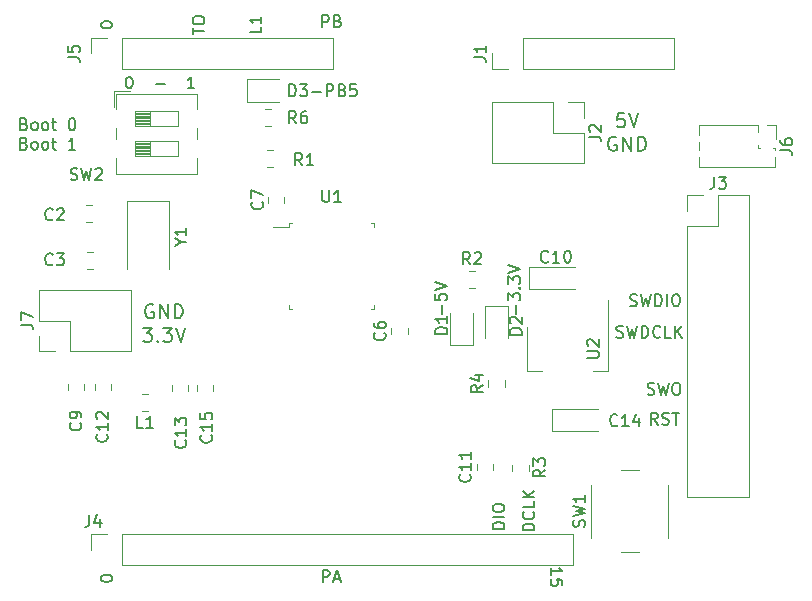
<source format=gbr>
G04 #@! TF.GenerationSoftware,KiCad,Pcbnew,5.1.10-88a1d61d58~90~ubuntu21.04.1*
G04 #@! TF.CreationDate,2021-08-23T11:11:00+02:00*
G04 #@! TF.ProjectId,STM32F030K6T6TR_Devel,53544d33-3246-4303-9330-4b3654365452,0.0.2*
G04 #@! TF.SameCoordinates,Original*
G04 #@! TF.FileFunction,Legend,Top*
G04 #@! TF.FilePolarity,Positive*
%FSLAX46Y46*%
G04 Gerber Fmt 4.6, Leading zero omitted, Abs format (unit mm)*
G04 Created by KiCad (PCBNEW 5.1.10-88a1d61d58~90~ubuntu21.04.1) date 2021-08-23 11:11:00*
%MOMM*%
%LPD*%
G01*
G04 APERTURE LIST*
%ADD10C,0.200000*%
%ADD11C,0.150000*%
%ADD12C,0.120000*%
%ADD13O,1.800000X1.800000*%
%ADD14O,1.100000X1.100000*%
%ADD15C,2.800000*%
%ADD16C,2.100000*%
G04 APERTURE END LIST*
D10*
X152793928Y-79049057D02*
X152222500Y-79049057D01*
X152165357Y-79620485D01*
X152222500Y-79563342D01*
X152336785Y-79506200D01*
X152622500Y-79506200D01*
X152736785Y-79563342D01*
X152793928Y-79620485D01*
X152851071Y-79734771D01*
X152851071Y-80020485D01*
X152793928Y-80134771D01*
X152736785Y-80191914D01*
X152622500Y-80249057D01*
X152336785Y-80249057D01*
X152222500Y-80191914D01*
X152165357Y-80134771D01*
X153193928Y-79049057D02*
X153593928Y-80249057D01*
X153993928Y-79049057D01*
X152108214Y-81106200D02*
X151993928Y-81049057D01*
X151822500Y-81049057D01*
X151651071Y-81106200D01*
X151536785Y-81220485D01*
X151479642Y-81334771D01*
X151422500Y-81563342D01*
X151422500Y-81734771D01*
X151479642Y-81963342D01*
X151536785Y-82077628D01*
X151651071Y-82191914D01*
X151822500Y-82249057D01*
X151936785Y-82249057D01*
X152108214Y-82191914D01*
X152165357Y-82134771D01*
X152165357Y-81734771D01*
X151936785Y-81734771D01*
X152679642Y-82249057D02*
X152679642Y-81049057D01*
X153365357Y-82249057D01*
X153365357Y-81049057D01*
X153936785Y-82249057D02*
X153936785Y-81049057D01*
X154222500Y-81049057D01*
X154393928Y-81106200D01*
X154508214Y-81220485D01*
X154565357Y-81334771D01*
X154622500Y-81563342D01*
X154622500Y-81734771D01*
X154565357Y-81963342D01*
X154508214Y-82077628D01*
X154393928Y-82191914D01*
X154222500Y-82249057D01*
X153936785Y-82249057D01*
X112890614Y-95286000D02*
X112776328Y-95228857D01*
X112604900Y-95228857D01*
X112433471Y-95286000D01*
X112319185Y-95400285D01*
X112262042Y-95514571D01*
X112204900Y-95743142D01*
X112204900Y-95914571D01*
X112262042Y-96143142D01*
X112319185Y-96257428D01*
X112433471Y-96371714D01*
X112604900Y-96428857D01*
X112719185Y-96428857D01*
X112890614Y-96371714D01*
X112947757Y-96314571D01*
X112947757Y-95914571D01*
X112719185Y-95914571D01*
X113462042Y-96428857D02*
X113462042Y-95228857D01*
X114147757Y-96428857D01*
X114147757Y-95228857D01*
X114719185Y-96428857D02*
X114719185Y-95228857D01*
X115004900Y-95228857D01*
X115176328Y-95286000D01*
X115290614Y-95400285D01*
X115347757Y-95514571D01*
X115404900Y-95743142D01*
X115404900Y-95914571D01*
X115347757Y-96143142D01*
X115290614Y-96257428D01*
X115176328Y-96371714D01*
X115004900Y-96428857D01*
X114719185Y-96428857D01*
X112033471Y-97228857D02*
X112776328Y-97228857D01*
X112376328Y-97686000D01*
X112547757Y-97686000D01*
X112662042Y-97743142D01*
X112719185Y-97800285D01*
X112776328Y-97914571D01*
X112776328Y-98200285D01*
X112719185Y-98314571D01*
X112662042Y-98371714D01*
X112547757Y-98428857D01*
X112204900Y-98428857D01*
X112090614Y-98371714D01*
X112033471Y-98314571D01*
X113290614Y-98314571D02*
X113347757Y-98371714D01*
X113290614Y-98428857D01*
X113233471Y-98371714D01*
X113290614Y-98314571D01*
X113290614Y-98428857D01*
X113747757Y-97228857D02*
X114490614Y-97228857D01*
X114090614Y-97686000D01*
X114262042Y-97686000D01*
X114376328Y-97743142D01*
X114433471Y-97800285D01*
X114490614Y-97914571D01*
X114490614Y-98200285D01*
X114433471Y-98314571D01*
X114376328Y-98371714D01*
X114262042Y-98428857D01*
X113919185Y-98428857D01*
X113804900Y-98371714D01*
X113747757Y-98314571D01*
X114833471Y-97228857D02*
X115233471Y-98428857D01*
X115633471Y-97228857D01*
D11*
X143594428Y-96051000D02*
X143594428Y-95289095D01*
X142975380Y-94908142D02*
X142975380Y-94289095D01*
X143356333Y-94622428D01*
X143356333Y-94479571D01*
X143403952Y-94384333D01*
X143451571Y-94336714D01*
X143546809Y-94289095D01*
X143784904Y-94289095D01*
X143880142Y-94336714D01*
X143927761Y-94384333D01*
X143975380Y-94479571D01*
X143975380Y-94765285D01*
X143927761Y-94860523D01*
X143880142Y-94908142D01*
X143880142Y-93860523D02*
X143927761Y-93812904D01*
X143975380Y-93860523D01*
X143927761Y-93908142D01*
X143880142Y-93860523D01*
X143975380Y-93860523D01*
X142975380Y-93479571D02*
X142975380Y-92860523D01*
X143356333Y-93193857D01*
X143356333Y-93051000D01*
X143403952Y-92955761D01*
X143451571Y-92908142D01*
X143546809Y-92860523D01*
X143784904Y-92860523D01*
X143880142Y-92908142D01*
X143927761Y-92955761D01*
X143975380Y-93051000D01*
X143975380Y-93336714D01*
X143927761Y-93431952D01*
X143880142Y-93479571D01*
X142975380Y-92574809D02*
X143975380Y-92241476D01*
X142975380Y-91908142D01*
X137371428Y-96098714D02*
X137371428Y-95336809D01*
X136752380Y-94384428D02*
X136752380Y-94860619D01*
X137228571Y-94908238D01*
X137180952Y-94860619D01*
X137133333Y-94765380D01*
X137133333Y-94527285D01*
X137180952Y-94432047D01*
X137228571Y-94384428D01*
X137323809Y-94336809D01*
X137561904Y-94336809D01*
X137657142Y-94384428D01*
X137704761Y-94432047D01*
X137752380Y-94527285D01*
X137752380Y-94765380D01*
X137704761Y-94860619D01*
X137657142Y-94908238D01*
X136752380Y-94051095D02*
X137752380Y-93717761D01*
X136752380Y-93384428D01*
X122068380Y-71738666D02*
X122068380Y-72214857D01*
X121068380Y-72214857D01*
X122068380Y-70881523D02*
X122068380Y-71452952D01*
X122068380Y-71167238D02*
X121068380Y-71167238D01*
X121211238Y-71262476D01*
X121306476Y-71357714D01*
X121354095Y-71452952D01*
X126362857Y-77231428D02*
X127124761Y-77231428D01*
X127600952Y-77612380D02*
X127600952Y-76612380D01*
X127981904Y-76612380D01*
X128077142Y-76660000D01*
X128124761Y-76707619D01*
X128172380Y-76802857D01*
X128172380Y-76945714D01*
X128124761Y-77040952D01*
X128077142Y-77088571D01*
X127981904Y-77136190D01*
X127600952Y-77136190D01*
X128934285Y-77088571D02*
X129077142Y-77136190D01*
X129124761Y-77183809D01*
X129172380Y-77279047D01*
X129172380Y-77421904D01*
X129124761Y-77517142D01*
X129077142Y-77564761D01*
X128981904Y-77612380D01*
X128600952Y-77612380D01*
X128600952Y-76612380D01*
X128934285Y-76612380D01*
X129029523Y-76660000D01*
X129077142Y-76707619D01*
X129124761Y-76802857D01*
X129124761Y-76898095D01*
X129077142Y-76993333D01*
X129029523Y-77040952D01*
X128934285Y-77088571D01*
X128600952Y-77088571D01*
X130077142Y-76612380D02*
X129600952Y-76612380D01*
X129553333Y-77088571D01*
X129600952Y-77040952D01*
X129696190Y-76993333D01*
X129934285Y-76993333D01*
X130029523Y-77040952D01*
X130077142Y-77088571D01*
X130124761Y-77183809D01*
X130124761Y-77421904D01*
X130077142Y-77517142D01*
X130029523Y-77564761D01*
X129934285Y-77612380D01*
X129696190Y-77612380D01*
X129600952Y-77564761D01*
X129553333Y-77517142D01*
X116242380Y-72381523D02*
X116242380Y-71810095D01*
X117242380Y-72095809D02*
X116242380Y-72095809D01*
X116242380Y-71286285D02*
X116242380Y-71095809D01*
X116290000Y-71000571D01*
X116385238Y-70905333D01*
X116575714Y-70857714D01*
X116909047Y-70857714D01*
X117099523Y-70905333D01*
X117194761Y-71000571D01*
X117242380Y-71095809D01*
X117242380Y-71286285D01*
X117194761Y-71381523D01*
X117099523Y-71476761D01*
X116909047Y-71524380D01*
X116575714Y-71524380D01*
X116385238Y-71476761D01*
X116290000Y-71381523D01*
X116242380Y-71286285D01*
X145182380Y-114386666D02*
X144182380Y-114386666D01*
X144182380Y-114148571D01*
X144230000Y-114005714D01*
X144325238Y-113910476D01*
X144420476Y-113862857D01*
X144610952Y-113815238D01*
X144753809Y-113815238D01*
X144944285Y-113862857D01*
X145039523Y-113910476D01*
X145134761Y-114005714D01*
X145182380Y-114148571D01*
X145182380Y-114386666D01*
X145087142Y-112815238D02*
X145134761Y-112862857D01*
X145182380Y-113005714D01*
X145182380Y-113100952D01*
X145134761Y-113243809D01*
X145039523Y-113339047D01*
X144944285Y-113386666D01*
X144753809Y-113434285D01*
X144610952Y-113434285D01*
X144420476Y-113386666D01*
X144325238Y-113339047D01*
X144230000Y-113243809D01*
X144182380Y-113100952D01*
X144182380Y-113005714D01*
X144230000Y-112862857D01*
X144277619Y-112815238D01*
X145182380Y-111910476D02*
X145182380Y-112386666D01*
X144182380Y-112386666D01*
X145182380Y-111577142D02*
X144182380Y-111577142D01*
X145182380Y-111005714D02*
X144610952Y-111434285D01*
X144182380Y-111005714D02*
X144753809Y-111577142D01*
X142642380Y-114251809D02*
X141642380Y-114251809D01*
X141642380Y-114013714D01*
X141690000Y-113870857D01*
X141785238Y-113775619D01*
X141880476Y-113728000D01*
X142070952Y-113680380D01*
X142213809Y-113680380D01*
X142404285Y-113728000D01*
X142499523Y-113775619D01*
X142594761Y-113870857D01*
X142642380Y-114013714D01*
X142642380Y-114251809D01*
X142642380Y-113251809D02*
X141642380Y-113251809D01*
X141642380Y-112585142D02*
X141642380Y-112394666D01*
X141690000Y-112299428D01*
X141785238Y-112204190D01*
X141975714Y-112156571D01*
X142309047Y-112156571D01*
X142499523Y-112204190D01*
X142594761Y-112299428D01*
X142642380Y-112394666D01*
X142642380Y-112585142D01*
X142594761Y-112680380D01*
X142499523Y-112775619D01*
X142309047Y-112823238D01*
X141975714Y-112823238D01*
X141785238Y-112775619D01*
X141690000Y-112680380D01*
X141642380Y-112585142D01*
X109463619Y-71524380D02*
X109463619Y-71619619D01*
X109416000Y-71714857D01*
X109368380Y-71762476D01*
X109273142Y-71810095D01*
X109082666Y-71857714D01*
X108844571Y-71857714D01*
X108654095Y-71810095D01*
X108558857Y-71762476D01*
X108511238Y-71714857D01*
X108463619Y-71619619D01*
X108463619Y-71524380D01*
X108511238Y-71429142D01*
X108558857Y-71381523D01*
X108654095Y-71333904D01*
X108844571Y-71286285D01*
X109082666Y-71286285D01*
X109273142Y-71333904D01*
X109368380Y-71381523D01*
X109416000Y-71429142D01*
X109463619Y-71524380D01*
X146563619Y-118117523D02*
X146563619Y-117546095D01*
X146563619Y-117831809D02*
X147563619Y-117831809D01*
X147420761Y-117736571D01*
X147325523Y-117641333D01*
X147277904Y-117546095D01*
X147563619Y-119022285D02*
X147563619Y-118546095D01*
X147087428Y-118498476D01*
X147135047Y-118546095D01*
X147182666Y-118641333D01*
X147182666Y-118879428D01*
X147135047Y-118974666D01*
X147087428Y-119022285D01*
X146992190Y-119069904D01*
X146754095Y-119069904D01*
X146658857Y-119022285D01*
X146611238Y-118974666D01*
X146563619Y-118879428D01*
X146563619Y-118641333D01*
X146611238Y-118546095D01*
X146658857Y-118498476D01*
X109463619Y-118387380D02*
X109463619Y-118482619D01*
X109416000Y-118577857D01*
X109368380Y-118625476D01*
X109273142Y-118673095D01*
X109082666Y-118720714D01*
X108844571Y-118720714D01*
X108654095Y-118673095D01*
X108558857Y-118625476D01*
X108511238Y-118577857D01*
X108463619Y-118482619D01*
X108463619Y-118387380D01*
X108511238Y-118292142D01*
X108558857Y-118244523D01*
X108654095Y-118196904D01*
X108844571Y-118149285D01*
X109082666Y-118149285D01*
X109273142Y-118196904D01*
X109368380Y-118244523D01*
X109416000Y-118292142D01*
X109463619Y-118387380D01*
X110833333Y-75952380D02*
X110928571Y-75952380D01*
X111023809Y-76000000D01*
X111071428Y-76047619D01*
X111119047Y-76142857D01*
X111166666Y-76333333D01*
X111166666Y-76571428D01*
X111119047Y-76761904D01*
X111071428Y-76857142D01*
X111023809Y-76904761D01*
X110928571Y-76952380D01*
X110833333Y-76952380D01*
X110738095Y-76904761D01*
X110690476Y-76857142D01*
X110642857Y-76761904D01*
X110595238Y-76571428D01*
X110595238Y-76333333D01*
X110642857Y-76142857D01*
X110690476Y-76047619D01*
X110738095Y-76000000D01*
X110833333Y-75952380D01*
X113119047Y-76571428D02*
X113880952Y-76571428D01*
X116404761Y-76952380D02*
X115833333Y-76952380D01*
X116119047Y-76952380D02*
X116119047Y-75952380D01*
X116023809Y-76095238D01*
X115928571Y-76190476D01*
X115833333Y-76238095D01*
X101986209Y-79962171D02*
X102129066Y-80009790D01*
X102176685Y-80057409D01*
X102224304Y-80152647D01*
X102224304Y-80295504D01*
X102176685Y-80390742D01*
X102129066Y-80438361D01*
X102033828Y-80485980D01*
X101652876Y-80485980D01*
X101652876Y-79485980D01*
X101986209Y-79485980D01*
X102081447Y-79533600D01*
X102129066Y-79581219D01*
X102176685Y-79676457D01*
X102176685Y-79771695D01*
X102129066Y-79866933D01*
X102081447Y-79914552D01*
X101986209Y-79962171D01*
X101652876Y-79962171D01*
X102795733Y-80485980D02*
X102700495Y-80438361D01*
X102652876Y-80390742D01*
X102605257Y-80295504D01*
X102605257Y-80009790D01*
X102652876Y-79914552D01*
X102700495Y-79866933D01*
X102795733Y-79819314D01*
X102938590Y-79819314D01*
X103033828Y-79866933D01*
X103081447Y-79914552D01*
X103129066Y-80009790D01*
X103129066Y-80295504D01*
X103081447Y-80390742D01*
X103033828Y-80438361D01*
X102938590Y-80485980D01*
X102795733Y-80485980D01*
X103700495Y-80485980D02*
X103605257Y-80438361D01*
X103557638Y-80390742D01*
X103510019Y-80295504D01*
X103510019Y-80009790D01*
X103557638Y-79914552D01*
X103605257Y-79866933D01*
X103700495Y-79819314D01*
X103843352Y-79819314D01*
X103938590Y-79866933D01*
X103986209Y-79914552D01*
X104033828Y-80009790D01*
X104033828Y-80295504D01*
X103986209Y-80390742D01*
X103938590Y-80438361D01*
X103843352Y-80485980D01*
X103700495Y-80485980D01*
X104319542Y-79819314D02*
X104700495Y-79819314D01*
X104462400Y-79485980D02*
X104462400Y-80343123D01*
X104510019Y-80438361D01*
X104605257Y-80485980D01*
X104700495Y-80485980D01*
X105986209Y-79485980D02*
X106081447Y-79485980D01*
X106176685Y-79533600D01*
X106224304Y-79581219D01*
X106271923Y-79676457D01*
X106319542Y-79866933D01*
X106319542Y-80105028D01*
X106271923Y-80295504D01*
X106224304Y-80390742D01*
X106176685Y-80438361D01*
X106081447Y-80485980D01*
X105986209Y-80485980D01*
X105890971Y-80438361D01*
X105843352Y-80390742D01*
X105795733Y-80295504D01*
X105748114Y-80105028D01*
X105748114Y-79866933D01*
X105795733Y-79676457D01*
X105843352Y-79581219D01*
X105890971Y-79533600D01*
X105986209Y-79485980D01*
X101986209Y-81612171D02*
X102129066Y-81659790D01*
X102176685Y-81707409D01*
X102224304Y-81802647D01*
X102224304Y-81945504D01*
X102176685Y-82040742D01*
X102129066Y-82088361D01*
X102033828Y-82135980D01*
X101652876Y-82135980D01*
X101652876Y-81135980D01*
X101986209Y-81135980D01*
X102081447Y-81183600D01*
X102129066Y-81231219D01*
X102176685Y-81326457D01*
X102176685Y-81421695D01*
X102129066Y-81516933D01*
X102081447Y-81564552D01*
X101986209Y-81612171D01*
X101652876Y-81612171D01*
X102795733Y-82135980D02*
X102700495Y-82088361D01*
X102652876Y-82040742D01*
X102605257Y-81945504D01*
X102605257Y-81659790D01*
X102652876Y-81564552D01*
X102700495Y-81516933D01*
X102795733Y-81469314D01*
X102938590Y-81469314D01*
X103033828Y-81516933D01*
X103081447Y-81564552D01*
X103129066Y-81659790D01*
X103129066Y-81945504D01*
X103081447Y-82040742D01*
X103033828Y-82088361D01*
X102938590Y-82135980D01*
X102795733Y-82135980D01*
X103700495Y-82135980D02*
X103605257Y-82088361D01*
X103557638Y-82040742D01*
X103510019Y-81945504D01*
X103510019Y-81659790D01*
X103557638Y-81564552D01*
X103605257Y-81516933D01*
X103700495Y-81469314D01*
X103843352Y-81469314D01*
X103938590Y-81516933D01*
X103986209Y-81564552D01*
X104033828Y-81659790D01*
X104033828Y-81945504D01*
X103986209Y-82040742D01*
X103938590Y-82088361D01*
X103843352Y-82135980D01*
X103700495Y-82135980D01*
X104319542Y-81469314D02*
X104700495Y-81469314D01*
X104462400Y-81135980D02*
X104462400Y-81993123D01*
X104510019Y-82088361D01*
X104605257Y-82135980D01*
X104700495Y-82135980D01*
X106319542Y-82135980D02*
X105748114Y-82135980D01*
X106033828Y-82135980D02*
X106033828Y-81135980D01*
X105938590Y-81278838D01*
X105843352Y-81374076D01*
X105748114Y-81421695D01*
X155612380Y-105425380D02*
X155279047Y-104949190D01*
X155040952Y-105425380D02*
X155040952Y-104425380D01*
X155421904Y-104425380D01*
X155517142Y-104473000D01*
X155564761Y-104520619D01*
X155612380Y-104615857D01*
X155612380Y-104758714D01*
X155564761Y-104853952D01*
X155517142Y-104901571D01*
X155421904Y-104949190D01*
X155040952Y-104949190D01*
X155993333Y-105377761D02*
X156136190Y-105425380D01*
X156374285Y-105425380D01*
X156469523Y-105377761D01*
X156517142Y-105330142D01*
X156564761Y-105234904D01*
X156564761Y-105139666D01*
X156517142Y-105044428D01*
X156469523Y-104996809D01*
X156374285Y-104949190D01*
X156183809Y-104901571D01*
X156088571Y-104853952D01*
X156040952Y-104806333D01*
X155993333Y-104711095D01*
X155993333Y-104615857D01*
X156040952Y-104520619D01*
X156088571Y-104473000D01*
X156183809Y-104425380D01*
X156421904Y-104425380D01*
X156564761Y-104473000D01*
X156850476Y-104425380D02*
X157421904Y-104425380D01*
X157136190Y-105425380D02*
X157136190Y-104425380D01*
X154779047Y-102837761D02*
X154921904Y-102885380D01*
X155160000Y-102885380D01*
X155255238Y-102837761D01*
X155302857Y-102790142D01*
X155350476Y-102694904D01*
X155350476Y-102599666D01*
X155302857Y-102504428D01*
X155255238Y-102456809D01*
X155160000Y-102409190D01*
X154969523Y-102361571D01*
X154874285Y-102313952D01*
X154826666Y-102266333D01*
X154779047Y-102171095D01*
X154779047Y-102075857D01*
X154826666Y-101980619D01*
X154874285Y-101933000D01*
X154969523Y-101885380D01*
X155207619Y-101885380D01*
X155350476Y-101933000D01*
X155683809Y-101885380D02*
X155921904Y-102885380D01*
X156112380Y-102171095D01*
X156302857Y-102885380D01*
X156540952Y-101885380D01*
X157112380Y-101885380D02*
X157302857Y-101885380D01*
X157398095Y-101933000D01*
X157493333Y-102028238D01*
X157540952Y-102218714D01*
X157540952Y-102552047D01*
X157493333Y-102742523D01*
X157398095Y-102837761D01*
X157302857Y-102885380D01*
X157112380Y-102885380D01*
X157017142Y-102837761D01*
X156921904Y-102742523D01*
X156874285Y-102552047D01*
X156874285Y-102218714D01*
X156921904Y-102028238D01*
X157017142Y-101933000D01*
X157112380Y-101885380D01*
X152128095Y-98011761D02*
X152270952Y-98059380D01*
X152509047Y-98059380D01*
X152604285Y-98011761D01*
X152651904Y-97964142D01*
X152699523Y-97868904D01*
X152699523Y-97773666D01*
X152651904Y-97678428D01*
X152604285Y-97630809D01*
X152509047Y-97583190D01*
X152318571Y-97535571D01*
X152223333Y-97487952D01*
X152175714Y-97440333D01*
X152128095Y-97345095D01*
X152128095Y-97249857D01*
X152175714Y-97154619D01*
X152223333Y-97107000D01*
X152318571Y-97059380D01*
X152556666Y-97059380D01*
X152699523Y-97107000D01*
X153032857Y-97059380D02*
X153270952Y-98059380D01*
X153461428Y-97345095D01*
X153651904Y-98059380D01*
X153890000Y-97059380D01*
X154270952Y-98059380D02*
X154270952Y-97059380D01*
X154509047Y-97059380D01*
X154651904Y-97107000D01*
X154747142Y-97202238D01*
X154794761Y-97297476D01*
X154842380Y-97487952D01*
X154842380Y-97630809D01*
X154794761Y-97821285D01*
X154747142Y-97916523D01*
X154651904Y-98011761D01*
X154509047Y-98059380D01*
X154270952Y-98059380D01*
X155842380Y-97964142D02*
X155794761Y-98011761D01*
X155651904Y-98059380D01*
X155556666Y-98059380D01*
X155413809Y-98011761D01*
X155318571Y-97916523D01*
X155270952Y-97821285D01*
X155223333Y-97630809D01*
X155223333Y-97487952D01*
X155270952Y-97297476D01*
X155318571Y-97202238D01*
X155413809Y-97107000D01*
X155556666Y-97059380D01*
X155651904Y-97059380D01*
X155794761Y-97107000D01*
X155842380Y-97154619D01*
X156747142Y-98059380D02*
X156270952Y-98059380D01*
X156270952Y-97059380D01*
X157080476Y-98059380D02*
X157080476Y-97059380D01*
X157651904Y-98059380D02*
X157223333Y-97487952D01*
X157651904Y-97059380D02*
X157080476Y-97630809D01*
X153278952Y-95344761D02*
X153421809Y-95392380D01*
X153659904Y-95392380D01*
X153755142Y-95344761D01*
X153802761Y-95297142D01*
X153850380Y-95201904D01*
X153850380Y-95106666D01*
X153802761Y-95011428D01*
X153755142Y-94963809D01*
X153659904Y-94916190D01*
X153469428Y-94868571D01*
X153374190Y-94820952D01*
X153326571Y-94773333D01*
X153278952Y-94678095D01*
X153278952Y-94582857D01*
X153326571Y-94487619D01*
X153374190Y-94440000D01*
X153469428Y-94392380D01*
X153707523Y-94392380D01*
X153850380Y-94440000D01*
X154183714Y-94392380D02*
X154421809Y-95392380D01*
X154612285Y-94678095D01*
X154802761Y-95392380D01*
X155040857Y-94392380D01*
X155421809Y-95392380D02*
X155421809Y-94392380D01*
X155659904Y-94392380D01*
X155802761Y-94440000D01*
X155898000Y-94535238D01*
X155945619Y-94630476D01*
X155993238Y-94820952D01*
X155993238Y-94963809D01*
X155945619Y-95154285D01*
X155898000Y-95249523D01*
X155802761Y-95344761D01*
X155659904Y-95392380D01*
X155421809Y-95392380D01*
X156421809Y-95392380D02*
X156421809Y-94392380D01*
X157088476Y-94392380D02*
X157278952Y-94392380D01*
X157374190Y-94440000D01*
X157469428Y-94535238D01*
X157517047Y-94725714D01*
X157517047Y-95059047D01*
X157469428Y-95249523D01*
X157374190Y-95344761D01*
X157278952Y-95392380D01*
X157088476Y-95392380D01*
X156993238Y-95344761D01*
X156898000Y-95249523D01*
X156850380Y-95059047D01*
X156850380Y-94725714D01*
X156898000Y-94535238D01*
X156993238Y-94440000D01*
X157088476Y-94392380D01*
X127275523Y-118760380D02*
X127275523Y-117760380D01*
X127656476Y-117760380D01*
X127751714Y-117808000D01*
X127799333Y-117855619D01*
X127846952Y-117950857D01*
X127846952Y-118093714D01*
X127799333Y-118188952D01*
X127751714Y-118236571D01*
X127656476Y-118284190D01*
X127275523Y-118284190D01*
X128227904Y-118474666D02*
X128704095Y-118474666D01*
X128132666Y-118760380D02*
X128466000Y-117760380D01*
X128799333Y-118760380D01*
X127204095Y-71770380D02*
X127204095Y-70770380D01*
X127585047Y-70770380D01*
X127680285Y-70818000D01*
X127727904Y-70865619D01*
X127775523Y-70960857D01*
X127775523Y-71103714D01*
X127727904Y-71198952D01*
X127680285Y-71246571D01*
X127585047Y-71294190D01*
X127204095Y-71294190D01*
X128537428Y-71246571D02*
X128680285Y-71294190D01*
X128727904Y-71341809D01*
X128775523Y-71437047D01*
X128775523Y-71579904D01*
X128727904Y-71675142D01*
X128680285Y-71722761D01*
X128585047Y-71770380D01*
X128204095Y-71770380D01*
X128204095Y-70770380D01*
X128537428Y-70770380D01*
X128632666Y-70818000D01*
X128680285Y-70865619D01*
X128727904Y-70960857D01*
X128727904Y-71056095D01*
X128680285Y-71151333D01*
X128632666Y-71198952D01*
X128537428Y-71246571D01*
X128204095Y-71246571D01*
D12*
X123042378Y-83600600D02*
X122525222Y-83600600D01*
X123042378Y-82180600D02*
X122525222Y-82180600D01*
X109798000Y-77427800D02*
X116618000Y-77427800D01*
X109798000Y-84187800D02*
X116618000Y-84187800D01*
X109798000Y-77427800D02*
X109798000Y-78737800D01*
X109798000Y-80337800D02*
X109798000Y-81277800D01*
X109798000Y-82877800D02*
X109798000Y-84187800D01*
X116618000Y-82877800D02*
X116618000Y-84187800D01*
X116618000Y-77427800D02*
X116618000Y-78737800D01*
X116618000Y-80337800D02*
X116618000Y-81277800D01*
X109558000Y-77187800D02*
X110941000Y-77187800D01*
X109558000Y-77187800D02*
X109558000Y-78570800D01*
X111398000Y-78902800D02*
X111398000Y-80172800D01*
X111398000Y-80172800D02*
X115018000Y-80172800D01*
X115018000Y-80172800D02*
X115018000Y-78902800D01*
X115018000Y-78902800D02*
X111398000Y-78902800D01*
X111398000Y-79022800D02*
X112604667Y-79022800D01*
X111398000Y-79142800D02*
X112604667Y-79142800D01*
X111398000Y-79262800D02*
X112604667Y-79262800D01*
X111398000Y-79382800D02*
X112604667Y-79382800D01*
X111398000Y-79502800D02*
X112604667Y-79502800D01*
X111398000Y-79622800D02*
X112604667Y-79622800D01*
X111398000Y-79742800D02*
X112604667Y-79742800D01*
X111398000Y-79862800D02*
X112604667Y-79862800D01*
X111398000Y-79982800D02*
X112604667Y-79982800D01*
X111398000Y-80102800D02*
X112604667Y-80102800D01*
X112604667Y-78902800D02*
X112604667Y-80172800D01*
X111398000Y-81442800D02*
X111398000Y-82712800D01*
X111398000Y-82712800D02*
X115018000Y-82712800D01*
X115018000Y-82712800D02*
X115018000Y-81442800D01*
X115018000Y-81442800D02*
X111398000Y-81442800D01*
X111398000Y-81562800D02*
X112604667Y-81562800D01*
X111398000Y-81682800D02*
X112604667Y-81682800D01*
X111398000Y-81802800D02*
X112604667Y-81802800D01*
X111398000Y-81922800D02*
X112604667Y-81922800D01*
X111398000Y-82042800D02*
X112604667Y-82042800D01*
X111398000Y-82162800D02*
X112604667Y-82162800D01*
X111398000Y-82282800D02*
X112604667Y-82282800D01*
X111398000Y-82402800D02*
X112604667Y-82402800D01*
X111398000Y-82522800D02*
X112604667Y-82522800D01*
X111398000Y-82642800D02*
X112604667Y-82642800D01*
X112604667Y-81442800D02*
X112604667Y-82712800D01*
X103267400Y-99232000D02*
X103267400Y-97902000D01*
X104597400Y-99232000D02*
X103267400Y-99232000D01*
X103267400Y-96632000D02*
X103267400Y-94032000D01*
X105867400Y-96632000D02*
X103267400Y-96632000D01*
X105867400Y-99232000D02*
X105867400Y-96632000D01*
X103267400Y-94032000D02*
X111007400Y-94032000D01*
X105867400Y-99232000D02*
X111007400Y-99232000D01*
X111007400Y-99232000D02*
X111007400Y-94032000D01*
X149361400Y-78106200D02*
X149361400Y-79436200D01*
X148031400Y-78106200D02*
X149361400Y-78106200D01*
X149361400Y-80706200D02*
X149361400Y-83306200D01*
X146761400Y-80706200D02*
X149361400Y-80706200D01*
X146761400Y-78106200D02*
X146761400Y-80706200D01*
X149361400Y-83306200D02*
X141621400Y-83306200D01*
X146761400Y-78106200D02*
X141621400Y-78106200D01*
X141621400Y-78106200D02*
X141621400Y-83306200D01*
X156968700Y-75330000D02*
X156968700Y-72670000D01*
X144208700Y-75330000D02*
X156968700Y-75330000D01*
X144208700Y-72670000D02*
X156968700Y-72670000D01*
X144208700Y-75330000D02*
X144208700Y-72670000D01*
X142938700Y-75330000D02*
X141608700Y-75330000D01*
X141608700Y-75330000D02*
X141608700Y-74000000D01*
X107790978Y-92226900D02*
X107273822Y-92226900D01*
X107790978Y-90806900D02*
X107273822Y-90806900D01*
X107728478Y-88226900D02*
X107211322Y-88226900D01*
X107728478Y-86806900D02*
X107211322Y-86806900D01*
X114269900Y-92216900D02*
X114269900Y-86466900D01*
X114269900Y-86466900D02*
X110669900Y-86466900D01*
X110669900Y-86466900D02*
X110669900Y-92216900D01*
X124390000Y-88690000D02*
X123075000Y-88690000D01*
X124390000Y-88390000D02*
X124390000Y-88690000D01*
X124690000Y-88390000D02*
X124390000Y-88390000D01*
X131610000Y-88390000D02*
X131610000Y-88690000D01*
X131310000Y-88390000D02*
X131610000Y-88390000D01*
X124390000Y-95610000D02*
X124390000Y-95310000D01*
X124690000Y-95610000D02*
X124390000Y-95610000D01*
X131610000Y-95610000D02*
X131610000Y-95310000D01*
X131310000Y-95610000D02*
X131610000Y-95610000D01*
X107670000Y-74000000D02*
X107670000Y-72670000D01*
X107670000Y-72670000D02*
X109000000Y-72670000D01*
X110270000Y-72670000D02*
X128110000Y-72670000D01*
X128110000Y-75330000D02*
X128110000Y-72670000D01*
X110270000Y-75330000D02*
X128110000Y-75330000D01*
X110270000Y-75330000D02*
X110270000Y-72670000D01*
X165619000Y-80094000D02*
X165619000Y-81224000D01*
X164859000Y-80094000D02*
X165619000Y-80094000D01*
X165554000Y-82801530D02*
X165554000Y-83624000D01*
X165554000Y-81984000D02*
X165554000Y-82186470D01*
X165422471Y-81984000D02*
X165554000Y-81984000D01*
X164152471Y-81984000D02*
X164295529Y-81984000D01*
X164099000Y-81787471D02*
X164099000Y-81930529D01*
X164099000Y-80094000D02*
X164099000Y-80660529D01*
X165554000Y-83624000D02*
X159084000Y-83624000D01*
X164099000Y-80094000D02*
X159084000Y-80094000D01*
X159084000Y-81531530D02*
X159084000Y-82186470D01*
X159084000Y-82801530D02*
X159084000Y-83624000D01*
X159084000Y-80094000D02*
X159084000Y-80916470D01*
X124014500Y-86111822D02*
X124014500Y-86628978D01*
X122594500Y-86111822D02*
X122594500Y-86628978D01*
X158132000Y-85990000D02*
X159462000Y-85990000D01*
X158132000Y-87320000D02*
X158132000Y-85990000D01*
X160732000Y-85990000D02*
X163332000Y-85990000D01*
X160732000Y-88590000D02*
X160732000Y-85990000D01*
X158132000Y-88590000D02*
X160732000Y-88590000D01*
X163332000Y-85990000D02*
X163332000Y-111510000D01*
X158132000Y-88590000D02*
X158132000Y-111510000D01*
X158132000Y-111510000D02*
X163332000Y-111510000D01*
X107670000Y-116000000D02*
X107670000Y-114670000D01*
X107670000Y-114670000D02*
X109000000Y-114670000D01*
X110270000Y-114670000D02*
X148430000Y-114670000D01*
X148430000Y-117330000D02*
X148430000Y-114670000D01*
X110270000Y-117330000D02*
X148430000Y-117330000D01*
X110270000Y-117330000D02*
X110270000Y-114670000D01*
X144590000Y-100910000D02*
X145850000Y-100910000D01*
X151410000Y-100910000D02*
X150150000Y-100910000D01*
X144590000Y-97150000D02*
X144590000Y-100910000D01*
X151410000Y-94900000D02*
X151410000Y-100910000D01*
X156500000Y-115000000D02*
X156500000Y-110500000D01*
X152500000Y-116250000D02*
X154000000Y-116250000D01*
X150000000Y-110500000D02*
X150000000Y-115000000D01*
X154000000Y-109250000D02*
X152500000Y-109250000D01*
X122373422Y-78736000D02*
X122890578Y-78736000D01*
X122373422Y-80156000D02*
X122890578Y-80156000D01*
X141290000Y-102196078D02*
X141290000Y-101678922D01*
X142710000Y-102196078D02*
X142710000Y-101678922D01*
X144710000Y-108803922D02*
X144710000Y-109321078D01*
X143290000Y-108803922D02*
X143290000Y-109321078D01*
X140162578Y-93872000D02*
X139645422Y-93872000D01*
X140162578Y-92452000D02*
X139645422Y-92452000D01*
X112476578Y-104286000D02*
X111959422Y-104286000D01*
X112476578Y-102866000D02*
X111959422Y-102866000D01*
X123553500Y-76200000D02*
X120868500Y-76200000D01*
X120868500Y-76200000D02*
X120868500Y-78120000D01*
X120868500Y-78120000D02*
X123553500Y-78120000D01*
X142960000Y-98062500D02*
X142960000Y-95377500D01*
X142960000Y-95377500D02*
X141040000Y-95377500D01*
X141040000Y-95377500D02*
X141040000Y-98062500D01*
X138040000Y-96000000D02*
X138040000Y-98685000D01*
X138040000Y-98685000D02*
X139960000Y-98685000D01*
X139960000Y-98685000D02*
X139960000Y-96000000D01*
X116588000Y-102564578D02*
X116588000Y-102047422D01*
X118008000Y-102564578D02*
X118008000Y-102047422D01*
X150600000Y-104065000D02*
X146690000Y-104065000D01*
X146690000Y-104065000D02*
X146690000Y-105935000D01*
X146690000Y-105935000D02*
X150600000Y-105935000D01*
X114464000Y-102559078D02*
X114464000Y-102041922D01*
X115884000Y-102559078D02*
X115884000Y-102041922D01*
X107952000Y-102496578D02*
X107952000Y-101979422D01*
X109372000Y-102496578D02*
X109372000Y-101979422D01*
X140290000Y-109258578D02*
X140290000Y-108741422D01*
X141710000Y-109258578D02*
X141710000Y-108741422D01*
X148600000Y-92065000D02*
X144690000Y-92065000D01*
X144690000Y-92065000D02*
X144690000Y-93935000D01*
X144690000Y-93935000D02*
X148600000Y-93935000D01*
X105666000Y-102496578D02*
X105666000Y-101979422D01*
X107086000Y-102496578D02*
X107086000Y-101979422D01*
X133072000Y-97741478D02*
X133072000Y-97224322D01*
X134492000Y-97741478D02*
X134492000Y-97224322D01*
D11*
X125525433Y-83457280D02*
X125192100Y-82981090D01*
X124954004Y-83457280D02*
X124954004Y-82457280D01*
X125334957Y-82457280D01*
X125430195Y-82504900D01*
X125477814Y-82552519D01*
X125525433Y-82647757D01*
X125525433Y-82790614D01*
X125477814Y-82885852D01*
X125430195Y-82933471D01*
X125334957Y-82981090D01*
X124954004Y-82981090D01*
X126477814Y-83457280D02*
X125906385Y-83457280D01*
X126192100Y-83457280D02*
X126192100Y-82457280D01*
X126096861Y-82600138D01*
X126001623Y-82695376D01*
X125906385Y-82742995D01*
X105916666Y-84654761D02*
X106059523Y-84702380D01*
X106297619Y-84702380D01*
X106392857Y-84654761D01*
X106440476Y-84607142D01*
X106488095Y-84511904D01*
X106488095Y-84416666D01*
X106440476Y-84321428D01*
X106392857Y-84273809D01*
X106297619Y-84226190D01*
X106107142Y-84178571D01*
X106011904Y-84130952D01*
X105964285Y-84083333D01*
X105916666Y-83988095D01*
X105916666Y-83892857D01*
X105964285Y-83797619D01*
X106011904Y-83750000D01*
X106107142Y-83702380D01*
X106345238Y-83702380D01*
X106488095Y-83750000D01*
X106821428Y-83702380D02*
X107059523Y-84702380D01*
X107250000Y-83988095D01*
X107440476Y-84702380D01*
X107678571Y-83702380D01*
X108011904Y-83797619D02*
X108059523Y-83750000D01*
X108154761Y-83702380D01*
X108392857Y-83702380D01*
X108488095Y-83750000D01*
X108535714Y-83797619D01*
X108583333Y-83892857D01*
X108583333Y-83988095D01*
X108535714Y-84130952D01*
X107964285Y-84702380D01*
X108583333Y-84702380D01*
X101719780Y-96965333D02*
X102434066Y-96965333D01*
X102576923Y-97012952D01*
X102672161Y-97108190D01*
X102719780Y-97251047D01*
X102719780Y-97346285D01*
X101719780Y-96584380D02*
X101719780Y-95917714D01*
X102719780Y-96346285D01*
X149813780Y-81039533D02*
X150528066Y-81039533D01*
X150670923Y-81087152D01*
X150766161Y-81182390D01*
X150813780Y-81325247D01*
X150813780Y-81420485D01*
X149909019Y-80610961D02*
X149861400Y-80563342D01*
X149813780Y-80468104D01*
X149813780Y-80230009D01*
X149861400Y-80134771D01*
X149909019Y-80087152D01*
X150004257Y-80039533D01*
X150099495Y-80039533D01*
X150242352Y-80087152D01*
X150813780Y-80658580D01*
X150813780Y-80039533D01*
X140061080Y-74333333D02*
X140775366Y-74333333D01*
X140918223Y-74380952D01*
X141013461Y-74476190D01*
X141061080Y-74619047D01*
X141061080Y-74714285D01*
X141061080Y-73333333D02*
X141061080Y-73904761D01*
X141061080Y-73619047D02*
X140061080Y-73619047D01*
X140203938Y-73714285D01*
X140299176Y-73809523D01*
X140346795Y-73904761D01*
X104393233Y-91830042D02*
X104345614Y-91877661D01*
X104202757Y-91925280D01*
X104107519Y-91925280D01*
X103964661Y-91877661D01*
X103869423Y-91782423D01*
X103821804Y-91687185D01*
X103774185Y-91496709D01*
X103774185Y-91353852D01*
X103821804Y-91163376D01*
X103869423Y-91068138D01*
X103964661Y-90972900D01*
X104107519Y-90925280D01*
X104202757Y-90925280D01*
X104345614Y-90972900D01*
X104393233Y-91020519D01*
X104726566Y-90925280D02*
X105345614Y-90925280D01*
X105012280Y-91306233D01*
X105155138Y-91306233D01*
X105250376Y-91353852D01*
X105297995Y-91401471D01*
X105345614Y-91496709D01*
X105345614Y-91734804D01*
X105297995Y-91830042D01*
X105250376Y-91877661D01*
X105155138Y-91925280D01*
X104869423Y-91925280D01*
X104774185Y-91877661D01*
X104726566Y-91830042D01*
X104393233Y-88020042D02*
X104345614Y-88067661D01*
X104202757Y-88115280D01*
X104107519Y-88115280D01*
X103964661Y-88067661D01*
X103869423Y-87972423D01*
X103821804Y-87877185D01*
X103774185Y-87686709D01*
X103774185Y-87543852D01*
X103821804Y-87353376D01*
X103869423Y-87258138D01*
X103964661Y-87162900D01*
X104107519Y-87115280D01*
X104202757Y-87115280D01*
X104345614Y-87162900D01*
X104393233Y-87210519D01*
X104774185Y-87210519D02*
X104821804Y-87162900D01*
X104917042Y-87115280D01*
X105155138Y-87115280D01*
X105250376Y-87162900D01*
X105297995Y-87210519D01*
X105345614Y-87305757D01*
X105345614Y-87400995D01*
X105297995Y-87543852D01*
X104726566Y-88115280D01*
X105345614Y-88115280D01*
X115246090Y-89993090D02*
X115722280Y-89993090D01*
X114722280Y-90326423D02*
X115246090Y-89993090D01*
X114722280Y-89659757D01*
X115722280Y-88802614D02*
X115722280Y-89374042D01*
X115722280Y-89088328D02*
X114722280Y-89088328D01*
X114865138Y-89183566D01*
X114960376Y-89278804D01*
X115007995Y-89374042D01*
X127238095Y-85572380D02*
X127238095Y-86381904D01*
X127285714Y-86477142D01*
X127333333Y-86524761D01*
X127428571Y-86572380D01*
X127619047Y-86572380D01*
X127714285Y-86524761D01*
X127761904Y-86477142D01*
X127809523Y-86381904D01*
X127809523Y-85572380D01*
X128809523Y-86572380D02*
X128238095Y-86572380D01*
X128523809Y-86572380D02*
X128523809Y-85572380D01*
X128428571Y-85715238D01*
X128333333Y-85810476D01*
X128238095Y-85858095D01*
X105682380Y-74333333D02*
X106396666Y-74333333D01*
X106539523Y-74380952D01*
X106634761Y-74476190D01*
X106682380Y-74619047D01*
X106682380Y-74714285D01*
X105682380Y-73380952D02*
X105682380Y-73857142D01*
X106158571Y-73904761D01*
X106110952Y-73857142D01*
X106063333Y-73761904D01*
X106063333Y-73523809D01*
X106110952Y-73428571D01*
X106158571Y-73380952D01*
X106253809Y-73333333D01*
X106491904Y-73333333D01*
X106587142Y-73380952D01*
X106634761Y-73428571D01*
X106682380Y-73523809D01*
X106682380Y-73761904D01*
X106634761Y-73857142D01*
X106587142Y-73904761D01*
X166006380Y-82192333D02*
X166720666Y-82192333D01*
X166863523Y-82239952D01*
X166958761Y-82335190D01*
X167006380Y-82478047D01*
X167006380Y-82573285D01*
X166006380Y-81287571D02*
X166006380Y-81478047D01*
X166054000Y-81573285D01*
X166101619Y-81620904D01*
X166244476Y-81716142D01*
X166434952Y-81763761D01*
X166815904Y-81763761D01*
X166911142Y-81716142D01*
X166958761Y-81668523D01*
X167006380Y-81573285D01*
X167006380Y-81382809D01*
X166958761Y-81287571D01*
X166911142Y-81239952D01*
X166815904Y-81192333D01*
X166577809Y-81192333D01*
X166482571Y-81239952D01*
X166434952Y-81287571D01*
X166387333Y-81382809D01*
X166387333Y-81573285D01*
X166434952Y-81668523D01*
X166482571Y-81716142D01*
X166577809Y-81763761D01*
X122123642Y-86572566D02*
X122171261Y-86620185D01*
X122218880Y-86763042D01*
X122218880Y-86858280D01*
X122171261Y-87001138D01*
X122076023Y-87096376D01*
X121980785Y-87143995D01*
X121790309Y-87191614D01*
X121647452Y-87191614D01*
X121456976Y-87143995D01*
X121361738Y-87096376D01*
X121266500Y-87001138D01*
X121218880Y-86858280D01*
X121218880Y-86763042D01*
X121266500Y-86620185D01*
X121314119Y-86572566D01*
X121218880Y-86239233D02*
X121218880Y-85572566D01*
X122218880Y-86001138D01*
X160398666Y-84442380D02*
X160398666Y-85156666D01*
X160351047Y-85299523D01*
X160255809Y-85394761D01*
X160112952Y-85442380D01*
X160017714Y-85442380D01*
X160779619Y-84442380D02*
X161398666Y-84442380D01*
X161065333Y-84823333D01*
X161208190Y-84823333D01*
X161303428Y-84870952D01*
X161351047Y-84918571D01*
X161398666Y-85013809D01*
X161398666Y-85251904D01*
X161351047Y-85347142D01*
X161303428Y-85394761D01*
X161208190Y-85442380D01*
X160922476Y-85442380D01*
X160827238Y-85394761D01*
X160779619Y-85347142D01*
X107502666Y-113061380D02*
X107502666Y-113775666D01*
X107455047Y-113918523D01*
X107359809Y-114013761D01*
X107216952Y-114061380D01*
X107121714Y-114061380D01*
X108407428Y-113394714D02*
X108407428Y-114061380D01*
X108169333Y-113013761D02*
X107931238Y-113728047D01*
X108550285Y-113728047D01*
X149643380Y-99765904D02*
X150452904Y-99765904D01*
X150548142Y-99718285D01*
X150595761Y-99670666D01*
X150643380Y-99575428D01*
X150643380Y-99384952D01*
X150595761Y-99289714D01*
X150548142Y-99242095D01*
X150452904Y-99194476D01*
X149643380Y-99194476D01*
X149738619Y-98765904D02*
X149691000Y-98718285D01*
X149643380Y-98623047D01*
X149643380Y-98384952D01*
X149691000Y-98289714D01*
X149738619Y-98242095D01*
X149833857Y-98194476D01*
X149929095Y-98194476D01*
X150071952Y-98242095D01*
X150643380Y-98813523D01*
X150643380Y-98194476D01*
X149404761Y-114083333D02*
X149452380Y-113940476D01*
X149452380Y-113702380D01*
X149404761Y-113607142D01*
X149357142Y-113559523D01*
X149261904Y-113511904D01*
X149166666Y-113511904D01*
X149071428Y-113559523D01*
X149023809Y-113607142D01*
X148976190Y-113702380D01*
X148928571Y-113892857D01*
X148880952Y-113988095D01*
X148833333Y-114035714D01*
X148738095Y-114083333D01*
X148642857Y-114083333D01*
X148547619Y-114035714D01*
X148500000Y-113988095D01*
X148452380Y-113892857D01*
X148452380Y-113654761D01*
X148500000Y-113511904D01*
X148452380Y-113178571D02*
X149452380Y-112940476D01*
X148738095Y-112750000D01*
X149452380Y-112559523D01*
X148452380Y-112321428D01*
X149452380Y-111416666D02*
X149452380Y-111988095D01*
X149452380Y-111702380D02*
X148452380Y-111702380D01*
X148595238Y-111797619D01*
X148690476Y-111892857D01*
X148738095Y-111988095D01*
X125005333Y-79898380D02*
X124672000Y-79422190D01*
X124433904Y-79898380D02*
X124433904Y-78898380D01*
X124814857Y-78898380D01*
X124910095Y-78946000D01*
X124957714Y-78993619D01*
X125005333Y-79088857D01*
X125005333Y-79231714D01*
X124957714Y-79326952D01*
X124910095Y-79374571D01*
X124814857Y-79422190D01*
X124433904Y-79422190D01*
X125862476Y-78898380D02*
X125672000Y-78898380D01*
X125576761Y-78946000D01*
X125529142Y-78993619D01*
X125433904Y-79136476D01*
X125386285Y-79326952D01*
X125386285Y-79707904D01*
X125433904Y-79803142D01*
X125481523Y-79850761D01*
X125576761Y-79898380D01*
X125767238Y-79898380D01*
X125862476Y-79850761D01*
X125910095Y-79803142D01*
X125957714Y-79707904D01*
X125957714Y-79469809D01*
X125910095Y-79374571D01*
X125862476Y-79326952D01*
X125767238Y-79279333D01*
X125576761Y-79279333D01*
X125481523Y-79326952D01*
X125433904Y-79374571D01*
X125386285Y-79469809D01*
X140802380Y-102104166D02*
X140326190Y-102437500D01*
X140802380Y-102675595D02*
X139802380Y-102675595D01*
X139802380Y-102294642D01*
X139850000Y-102199404D01*
X139897619Y-102151785D01*
X139992857Y-102104166D01*
X140135714Y-102104166D01*
X140230952Y-102151785D01*
X140278571Y-102199404D01*
X140326190Y-102294642D01*
X140326190Y-102675595D01*
X140135714Y-101247023D02*
X140802380Y-101247023D01*
X139754761Y-101485119D02*
X140469047Y-101723214D01*
X140469047Y-101104166D01*
X146102380Y-109229166D02*
X145626190Y-109562500D01*
X146102380Y-109800595D02*
X145102380Y-109800595D01*
X145102380Y-109419642D01*
X145150000Y-109324404D01*
X145197619Y-109276785D01*
X145292857Y-109229166D01*
X145435714Y-109229166D01*
X145530952Y-109276785D01*
X145578571Y-109324404D01*
X145626190Y-109419642D01*
X145626190Y-109800595D01*
X145102380Y-108895833D02*
X145102380Y-108276785D01*
X145483333Y-108610119D01*
X145483333Y-108467261D01*
X145530952Y-108372023D01*
X145578571Y-108324404D01*
X145673809Y-108276785D01*
X145911904Y-108276785D01*
X146007142Y-108324404D01*
X146054761Y-108372023D01*
X146102380Y-108467261D01*
X146102380Y-108752976D01*
X146054761Y-108848214D01*
X146007142Y-108895833D01*
X139737333Y-91836380D02*
X139404000Y-91360190D01*
X139165904Y-91836380D02*
X139165904Y-90836380D01*
X139546857Y-90836380D01*
X139642095Y-90884000D01*
X139689714Y-90931619D01*
X139737333Y-91026857D01*
X139737333Y-91169714D01*
X139689714Y-91264952D01*
X139642095Y-91312571D01*
X139546857Y-91360190D01*
X139165904Y-91360190D01*
X140118285Y-90931619D02*
X140165904Y-90884000D01*
X140261142Y-90836380D01*
X140499238Y-90836380D01*
X140594476Y-90884000D01*
X140642095Y-90931619D01*
X140689714Y-91026857D01*
X140689714Y-91122095D01*
X140642095Y-91264952D01*
X140070666Y-91836380D01*
X140689714Y-91836380D01*
X112051333Y-105678380D02*
X111575142Y-105678380D01*
X111575142Y-104678380D01*
X112908476Y-105678380D02*
X112337047Y-105678380D01*
X112622761Y-105678380D02*
X112622761Y-104678380D01*
X112527523Y-104821238D01*
X112432285Y-104916476D01*
X112337047Y-104964095D01*
X124433904Y-77626380D02*
X124433904Y-76626380D01*
X124672000Y-76626380D01*
X124814857Y-76674000D01*
X124910095Y-76769238D01*
X124957714Y-76864476D01*
X125005333Y-77054952D01*
X125005333Y-77197809D01*
X124957714Y-77388285D01*
X124910095Y-77483523D01*
X124814857Y-77578761D01*
X124672000Y-77626380D01*
X124433904Y-77626380D01*
X125338666Y-76626380D02*
X125957714Y-76626380D01*
X125624380Y-77007333D01*
X125767238Y-77007333D01*
X125862476Y-77054952D01*
X125910095Y-77102571D01*
X125957714Y-77197809D01*
X125957714Y-77435904D01*
X125910095Y-77531142D01*
X125862476Y-77578761D01*
X125767238Y-77626380D01*
X125481523Y-77626380D01*
X125386285Y-77578761D01*
X125338666Y-77531142D01*
X144102380Y-97800595D02*
X143102380Y-97800595D01*
X143102380Y-97562500D01*
X143150000Y-97419642D01*
X143245238Y-97324404D01*
X143340476Y-97276785D01*
X143530952Y-97229166D01*
X143673809Y-97229166D01*
X143864285Y-97276785D01*
X143959523Y-97324404D01*
X144054761Y-97419642D01*
X144102380Y-97562500D01*
X144102380Y-97800595D01*
X143197619Y-96848214D02*
X143150000Y-96800595D01*
X143102380Y-96705357D01*
X143102380Y-96467261D01*
X143150000Y-96372023D01*
X143197619Y-96324404D01*
X143292857Y-96276785D01*
X143388095Y-96276785D01*
X143530952Y-96324404D01*
X144102380Y-96895833D01*
X144102380Y-96276785D01*
X137802380Y-97738095D02*
X136802380Y-97738095D01*
X136802380Y-97500000D01*
X136850000Y-97357142D01*
X136945238Y-97261904D01*
X137040476Y-97214285D01*
X137230952Y-97166666D01*
X137373809Y-97166666D01*
X137564285Y-97214285D01*
X137659523Y-97261904D01*
X137754761Y-97357142D01*
X137802380Y-97500000D01*
X137802380Y-97738095D01*
X137802380Y-96214285D02*
X137802380Y-96785714D01*
X137802380Y-96500000D02*
X136802380Y-96500000D01*
X136945238Y-96595238D01*
X137040476Y-96690476D01*
X137088095Y-96785714D01*
X117811142Y-106318857D02*
X117858761Y-106366476D01*
X117906380Y-106509333D01*
X117906380Y-106604571D01*
X117858761Y-106747428D01*
X117763523Y-106842666D01*
X117668285Y-106890285D01*
X117477809Y-106937904D01*
X117334952Y-106937904D01*
X117144476Y-106890285D01*
X117049238Y-106842666D01*
X116954000Y-106747428D01*
X116906380Y-106604571D01*
X116906380Y-106509333D01*
X116954000Y-106366476D01*
X117001619Y-106318857D01*
X117906380Y-105366476D02*
X117906380Y-105937904D01*
X117906380Y-105652190D02*
X116906380Y-105652190D01*
X117049238Y-105747428D01*
X117144476Y-105842666D01*
X117192095Y-105937904D01*
X116906380Y-104461714D02*
X116906380Y-104937904D01*
X117382571Y-104985523D01*
X117334952Y-104937904D01*
X117287333Y-104842666D01*
X117287333Y-104604571D01*
X117334952Y-104509333D01*
X117382571Y-104461714D01*
X117477809Y-104414095D01*
X117715904Y-104414095D01*
X117811142Y-104461714D01*
X117858761Y-104509333D01*
X117906380Y-104604571D01*
X117906380Y-104842666D01*
X117858761Y-104937904D01*
X117811142Y-104985523D01*
X152215142Y-105457142D02*
X152167523Y-105504761D01*
X152024666Y-105552380D01*
X151929428Y-105552380D01*
X151786571Y-105504761D01*
X151691333Y-105409523D01*
X151643714Y-105314285D01*
X151596095Y-105123809D01*
X151596095Y-104980952D01*
X151643714Y-104790476D01*
X151691333Y-104695238D01*
X151786571Y-104600000D01*
X151929428Y-104552380D01*
X152024666Y-104552380D01*
X152167523Y-104600000D01*
X152215142Y-104647619D01*
X153167523Y-105552380D02*
X152596095Y-105552380D01*
X152881809Y-105552380D02*
X152881809Y-104552380D01*
X152786571Y-104695238D01*
X152691333Y-104790476D01*
X152596095Y-104838095D01*
X154024666Y-104885714D02*
X154024666Y-105552380D01*
X153786571Y-104504761D02*
X153548476Y-105219047D01*
X154167523Y-105219047D01*
X115623142Y-106758857D02*
X115670761Y-106806476D01*
X115718380Y-106949333D01*
X115718380Y-107044571D01*
X115670761Y-107187428D01*
X115575523Y-107282666D01*
X115480285Y-107330285D01*
X115289809Y-107377904D01*
X115146952Y-107377904D01*
X114956476Y-107330285D01*
X114861238Y-107282666D01*
X114766000Y-107187428D01*
X114718380Y-107044571D01*
X114718380Y-106949333D01*
X114766000Y-106806476D01*
X114813619Y-106758857D01*
X115718380Y-105806476D02*
X115718380Y-106377904D01*
X115718380Y-106092190D02*
X114718380Y-106092190D01*
X114861238Y-106187428D01*
X114956476Y-106282666D01*
X115004095Y-106377904D01*
X114718380Y-105473142D02*
X114718380Y-104854095D01*
X115099333Y-105187428D01*
X115099333Y-105044571D01*
X115146952Y-104949333D01*
X115194571Y-104901714D01*
X115289809Y-104854095D01*
X115527904Y-104854095D01*
X115623142Y-104901714D01*
X115670761Y-104949333D01*
X115718380Y-105044571D01*
X115718380Y-105330285D01*
X115670761Y-105425523D01*
X115623142Y-105473142D01*
X108983142Y-106250857D02*
X109030761Y-106298476D01*
X109078380Y-106441333D01*
X109078380Y-106536571D01*
X109030761Y-106679428D01*
X108935523Y-106774666D01*
X108840285Y-106822285D01*
X108649809Y-106869904D01*
X108506952Y-106869904D01*
X108316476Y-106822285D01*
X108221238Y-106774666D01*
X108126000Y-106679428D01*
X108078380Y-106536571D01*
X108078380Y-106441333D01*
X108126000Y-106298476D01*
X108173619Y-106250857D01*
X109078380Y-105298476D02*
X109078380Y-105869904D01*
X109078380Y-105584190D02*
X108078380Y-105584190D01*
X108221238Y-105679428D01*
X108316476Y-105774666D01*
X108364095Y-105869904D01*
X108173619Y-104917523D02*
X108126000Y-104869904D01*
X108078380Y-104774666D01*
X108078380Y-104536571D01*
X108126000Y-104441333D01*
X108173619Y-104393714D01*
X108268857Y-104346095D01*
X108364095Y-104346095D01*
X108506952Y-104393714D01*
X109078380Y-104965142D01*
X109078380Y-104346095D01*
X139707142Y-109642857D02*
X139754761Y-109690476D01*
X139802380Y-109833333D01*
X139802380Y-109928571D01*
X139754761Y-110071428D01*
X139659523Y-110166666D01*
X139564285Y-110214285D01*
X139373809Y-110261904D01*
X139230952Y-110261904D01*
X139040476Y-110214285D01*
X138945238Y-110166666D01*
X138850000Y-110071428D01*
X138802380Y-109928571D01*
X138802380Y-109833333D01*
X138850000Y-109690476D01*
X138897619Y-109642857D01*
X139802380Y-108690476D02*
X139802380Y-109261904D01*
X139802380Y-108976190D02*
X138802380Y-108976190D01*
X138945238Y-109071428D01*
X139040476Y-109166666D01*
X139088095Y-109261904D01*
X139802380Y-107738095D02*
X139802380Y-108309523D01*
X139802380Y-108023809D02*
X138802380Y-108023809D01*
X138945238Y-108119047D01*
X139040476Y-108214285D01*
X139088095Y-108309523D01*
X146357142Y-91607142D02*
X146309523Y-91654761D01*
X146166666Y-91702380D01*
X146071428Y-91702380D01*
X145928571Y-91654761D01*
X145833333Y-91559523D01*
X145785714Y-91464285D01*
X145738095Y-91273809D01*
X145738095Y-91130952D01*
X145785714Y-90940476D01*
X145833333Y-90845238D01*
X145928571Y-90750000D01*
X146071428Y-90702380D01*
X146166666Y-90702380D01*
X146309523Y-90750000D01*
X146357142Y-90797619D01*
X147309523Y-91702380D02*
X146738095Y-91702380D01*
X147023809Y-91702380D02*
X147023809Y-90702380D01*
X146928571Y-90845238D01*
X146833333Y-90940476D01*
X146738095Y-90988095D01*
X147928571Y-90702380D02*
X148023809Y-90702380D01*
X148119047Y-90750000D01*
X148166666Y-90797619D01*
X148214285Y-90892857D01*
X148261904Y-91083333D01*
X148261904Y-91321428D01*
X148214285Y-91511904D01*
X148166666Y-91607142D01*
X148119047Y-91654761D01*
X148023809Y-91702380D01*
X147928571Y-91702380D01*
X147833333Y-91654761D01*
X147785714Y-91607142D01*
X147738095Y-91511904D01*
X147690476Y-91321428D01*
X147690476Y-91083333D01*
X147738095Y-90892857D01*
X147785714Y-90797619D01*
X147833333Y-90750000D01*
X147928571Y-90702380D01*
X106733142Y-105266666D02*
X106780761Y-105314285D01*
X106828380Y-105457142D01*
X106828380Y-105552380D01*
X106780761Y-105695238D01*
X106685523Y-105790476D01*
X106590285Y-105838095D01*
X106399809Y-105885714D01*
X106256952Y-105885714D01*
X106066476Y-105838095D01*
X105971238Y-105790476D01*
X105876000Y-105695238D01*
X105828380Y-105552380D01*
X105828380Y-105457142D01*
X105876000Y-105314285D01*
X105923619Y-105266666D01*
X106828380Y-104790476D02*
X106828380Y-104600000D01*
X106780761Y-104504761D01*
X106733142Y-104457142D01*
X106590285Y-104361904D01*
X106399809Y-104314285D01*
X106018857Y-104314285D01*
X105923619Y-104361904D01*
X105876000Y-104409523D01*
X105828380Y-104504761D01*
X105828380Y-104695238D01*
X105876000Y-104790476D01*
X105923619Y-104838095D01*
X106018857Y-104885714D01*
X106256952Y-104885714D01*
X106352190Y-104838095D01*
X106399809Y-104790476D01*
X106447428Y-104695238D01*
X106447428Y-104504761D01*
X106399809Y-104409523D01*
X106352190Y-104361904D01*
X106256952Y-104314285D01*
X132489142Y-97649566D02*
X132536761Y-97697185D01*
X132584380Y-97840042D01*
X132584380Y-97935280D01*
X132536761Y-98078138D01*
X132441523Y-98173376D01*
X132346285Y-98220995D01*
X132155809Y-98268614D01*
X132012952Y-98268614D01*
X131822476Y-98220995D01*
X131727238Y-98173376D01*
X131632000Y-98078138D01*
X131584380Y-97935280D01*
X131584380Y-97840042D01*
X131632000Y-97697185D01*
X131679619Y-97649566D01*
X131584380Y-96792423D02*
X131584380Y-96982900D01*
X131632000Y-97078138D01*
X131679619Y-97125757D01*
X131822476Y-97220995D01*
X132012952Y-97268614D01*
X132393904Y-97268614D01*
X132489142Y-97220995D01*
X132536761Y-97173376D01*
X132584380Y-97078138D01*
X132584380Y-96887661D01*
X132536761Y-96792423D01*
X132489142Y-96744804D01*
X132393904Y-96697185D01*
X132155809Y-96697185D01*
X132060571Y-96744804D01*
X132012952Y-96792423D01*
X131965333Y-96887661D01*
X131965333Y-97078138D01*
X132012952Y-97173376D01*
X132060571Y-97220995D01*
X132155809Y-97268614D01*
%LPC*%
G36*
G01*
X122383800Y-82409350D02*
X122383800Y-83371850D01*
G75*
G02*
X122115050Y-83640600I-268750J0D01*
G01*
X121577550Y-83640600D01*
G75*
G02*
X121308800Y-83371850I0J268750D01*
G01*
X121308800Y-82409350D01*
G75*
G02*
X121577550Y-82140600I268750J0D01*
G01*
X122115050Y-82140600D01*
G75*
G02*
X122383800Y-82409350I0J-268750D01*
G01*
G37*
G36*
G01*
X124258800Y-82409350D02*
X124258800Y-83371850D01*
G75*
G02*
X123990050Y-83640600I-268750J0D01*
G01*
X123452550Y-83640600D01*
G75*
G02*
X123183800Y-83371850I0J268750D01*
G01*
X123183800Y-82409350D01*
G75*
G02*
X123452550Y-82140600I268750J0D01*
G01*
X123990050Y-82140600D01*
G75*
G02*
X124258800Y-82409350I0J-268750D01*
G01*
G37*
G36*
G01*
X116243000Y-80097801D02*
X116243000Y-78977799D01*
G75*
G02*
X116292999Y-78927800I49999J0D01*
G01*
X118733001Y-78927800D01*
G75*
G02*
X118783000Y-78977799I0J-49999D01*
G01*
X118783000Y-80097801D01*
G75*
G02*
X118733001Y-80147800I-49999J0D01*
G01*
X116292999Y-80147800D01*
G75*
G02*
X116243000Y-80097801I0J49999D01*
G01*
G37*
G36*
G01*
X107633000Y-82637801D02*
X107633000Y-81517799D01*
G75*
G02*
X107682999Y-81467800I49999J0D01*
G01*
X110123001Y-81467800D01*
G75*
G02*
X110173000Y-81517799I0J-49999D01*
G01*
X110173000Y-82637801D01*
G75*
G02*
X110123001Y-82687800I-49999J0D01*
G01*
X107682999Y-82687800D01*
G75*
G02*
X107633000Y-82637801I0J49999D01*
G01*
G37*
G36*
G01*
X116243000Y-82637801D02*
X116243000Y-81517799D01*
G75*
G02*
X116292999Y-81467800I49999J0D01*
G01*
X118733001Y-81467800D01*
G75*
G02*
X118783000Y-81517799I0J-49999D01*
G01*
X118783000Y-82637801D01*
G75*
G02*
X118733001Y-82687800I-49999J0D01*
G01*
X116292999Y-82687800D01*
G75*
G02*
X116243000Y-82637801I0J49999D01*
G01*
G37*
G36*
G01*
X107633000Y-80097801D02*
X107633000Y-78977799D01*
G75*
G02*
X107682999Y-78927800I49999J0D01*
G01*
X110123001Y-78927800D01*
G75*
G02*
X110173000Y-78977799I0J-49999D01*
G01*
X110173000Y-80097801D01*
G75*
G02*
X110123001Y-80147800I-49999J0D01*
G01*
X107682999Y-80147800D01*
G75*
G02*
X107633000Y-80097801I0J49999D01*
G01*
G37*
D13*
X109677400Y-95362000D03*
X109677400Y-97902000D03*
X107137400Y-95362000D03*
X107137400Y-97902000D03*
X104597400Y-95362000D03*
G36*
G01*
X105447400Y-98802000D02*
X103747400Y-98802000D01*
G75*
G02*
X103697400Y-98752000I0J50000D01*
G01*
X103697400Y-97052000D01*
G75*
G02*
X103747400Y-97002000I50000J0D01*
G01*
X105447400Y-97002000D01*
G75*
G02*
X105497400Y-97052000I0J-50000D01*
G01*
X105497400Y-98752000D01*
G75*
G02*
X105447400Y-98802000I-50000J0D01*
G01*
G37*
X142951400Y-81976200D03*
X142951400Y-79436200D03*
X145491400Y-81976200D03*
X145491400Y-79436200D03*
X148031400Y-81976200D03*
G36*
G01*
X147181400Y-78536200D02*
X148881400Y-78536200D01*
G75*
G02*
X148931400Y-78586200I0J-50000D01*
G01*
X148931400Y-80286200D01*
G75*
G02*
X148881400Y-80336200I-50000J0D01*
G01*
X147181400Y-80336200D01*
G75*
G02*
X147131400Y-80286200I0J50000D01*
G01*
X147131400Y-78586200D01*
G75*
G02*
X147181400Y-78536200I50000J0D01*
G01*
G37*
X155638700Y-74000000D03*
X153098700Y-74000000D03*
X150558700Y-74000000D03*
X148018700Y-74000000D03*
X145478700Y-74000000D03*
G36*
G01*
X143788700Y-74900000D02*
X142088700Y-74900000D01*
G75*
G02*
X142038700Y-74850000I0J50000D01*
G01*
X142038700Y-73150000D01*
G75*
G02*
X142088700Y-73100000I50000J0D01*
G01*
X143788700Y-73100000D01*
G75*
G02*
X143838700Y-73150000I0J-50000D01*
G01*
X143838700Y-74850000D01*
G75*
G02*
X143788700Y-74900000I-50000J0D01*
G01*
G37*
G36*
G01*
X107132400Y-91035650D02*
X107132400Y-91998150D01*
G75*
G02*
X106863650Y-92266900I-268750J0D01*
G01*
X106326150Y-92266900D01*
G75*
G02*
X106057400Y-91998150I0J268750D01*
G01*
X106057400Y-91035650D01*
G75*
G02*
X106326150Y-90766900I268750J0D01*
G01*
X106863650Y-90766900D01*
G75*
G02*
X107132400Y-91035650I0J-268750D01*
G01*
G37*
G36*
G01*
X109007400Y-91035650D02*
X109007400Y-91998150D01*
G75*
G02*
X108738650Y-92266900I-268750J0D01*
G01*
X108201150Y-92266900D01*
G75*
G02*
X107932400Y-91998150I0J268750D01*
G01*
X107932400Y-91035650D01*
G75*
G02*
X108201150Y-90766900I268750J0D01*
G01*
X108738650Y-90766900D01*
G75*
G02*
X109007400Y-91035650I0J-268750D01*
G01*
G37*
G36*
G01*
X107069900Y-87035650D02*
X107069900Y-87998150D01*
G75*
G02*
X106801150Y-88266900I-268750J0D01*
G01*
X106263650Y-88266900D01*
G75*
G02*
X105994900Y-87998150I0J268750D01*
G01*
X105994900Y-87035650D01*
G75*
G02*
X106263650Y-86766900I268750J0D01*
G01*
X106801150Y-86766900D01*
G75*
G02*
X107069900Y-87035650I0J-268750D01*
G01*
G37*
G36*
G01*
X108944900Y-87035650D02*
X108944900Y-87998150D01*
G75*
G02*
X108676150Y-88266900I-268750J0D01*
G01*
X108138650Y-88266900D01*
G75*
G02*
X107869900Y-87998150I0J268750D01*
G01*
X107869900Y-87035650D01*
G75*
G02*
X108138650Y-86766900I268750J0D01*
G01*
X108676150Y-86766900D01*
G75*
G02*
X108944900Y-87035650I0J-268750D01*
G01*
G37*
G36*
G01*
X111269900Y-90316900D02*
X113669900Y-90316900D01*
G75*
G02*
X113719900Y-90366900I0J-50000D01*
G01*
X113719900Y-92366900D01*
G75*
G02*
X113669900Y-92416900I-50000J0D01*
G01*
X111269900Y-92416900D01*
G75*
G02*
X111219900Y-92366900I0J50000D01*
G01*
X111219900Y-90366900D01*
G75*
G02*
X111269900Y-90316900I50000J0D01*
G01*
G37*
G36*
G01*
X111269900Y-86616900D02*
X113669900Y-86616900D01*
G75*
G02*
X113719900Y-86666900I0J-50000D01*
G01*
X113719900Y-88666900D01*
G75*
G02*
X113669900Y-88716900I-50000J0D01*
G01*
X111269900Y-88716900D01*
G75*
G02*
X111219900Y-88666900I0J50000D01*
G01*
X111219900Y-86666900D01*
G75*
G02*
X111269900Y-86616900I50000J0D01*
G01*
G37*
G36*
G01*
X124900000Y-88475000D02*
X124900000Y-87175000D01*
G75*
G02*
X125050000Y-87025000I150000J0D01*
G01*
X125350000Y-87025000D01*
G75*
G02*
X125500000Y-87175000I0J-150000D01*
G01*
X125500000Y-88475000D01*
G75*
G02*
X125350000Y-88625000I-150000J0D01*
G01*
X125050000Y-88625000D01*
G75*
G02*
X124900000Y-88475000I0J150000D01*
G01*
G37*
G36*
G01*
X125700000Y-88475000D02*
X125700000Y-87175000D01*
G75*
G02*
X125850000Y-87025000I150000J0D01*
G01*
X126150000Y-87025000D01*
G75*
G02*
X126300000Y-87175000I0J-150000D01*
G01*
X126300000Y-88475000D01*
G75*
G02*
X126150000Y-88625000I-150000J0D01*
G01*
X125850000Y-88625000D01*
G75*
G02*
X125700000Y-88475000I0J150000D01*
G01*
G37*
G36*
G01*
X126500000Y-88475000D02*
X126500000Y-87175000D01*
G75*
G02*
X126650000Y-87025000I150000J0D01*
G01*
X126950000Y-87025000D01*
G75*
G02*
X127100000Y-87175000I0J-150000D01*
G01*
X127100000Y-88475000D01*
G75*
G02*
X126950000Y-88625000I-150000J0D01*
G01*
X126650000Y-88625000D01*
G75*
G02*
X126500000Y-88475000I0J150000D01*
G01*
G37*
G36*
G01*
X127300000Y-88475000D02*
X127300000Y-87175000D01*
G75*
G02*
X127450000Y-87025000I150000J0D01*
G01*
X127750000Y-87025000D01*
G75*
G02*
X127900000Y-87175000I0J-150000D01*
G01*
X127900000Y-88475000D01*
G75*
G02*
X127750000Y-88625000I-150000J0D01*
G01*
X127450000Y-88625000D01*
G75*
G02*
X127300000Y-88475000I0J150000D01*
G01*
G37*
G36*
G01*
X128100000Y-88475000D02*
X128100000Y-87175000D01*
G75*
G02*
X128250000Y-87025000I150000J0D01*
G01*
X128550000Y-87025000D01*
G75*
G02*
X128700000Y-87175000I0J-150000D01*
G01*
X128700000Y-88475000D01*
G75*
G02*
X128550000Y-88625000I-150000J0D01*
G01*
X128250000Y-88625000D01*
G75*
G02*
X128100000Y-88475000I0J150000D01*
G01*
G37*
G36*
G01*
X128900000Y-88475000D02*
X128900000Y-87175000D01*
G75*
G02*
X129050000Y-87025000I150000J0D01*
G01*
X129350000Y-87025000D01*
G75*
G02*
X129500000Y-87175000I0J-150000D01*
G01*
X129500000Y-88475000D01*
G75*
G02*
X129350000Y-88625000I-150000J0D01*
G01*
X129050000Y-88625000D01*
G75*
G02*
X128900000Y-88475000I0J150000D01*
G01*
G37*
G36*
G01*
X129700000Y-88475000D02*
X129700000Y-87175000D01*
G75*
G02*
X129850000Y-87025000I150000J0D01*
G01*
X130150000Y-87025000D01*
G75*
G02*
X130300000Y-87175000I0J-150000D01*
G01*
X130300000Y-88475000D01*
G75*
G02*
X130150000Y-88625000I-150000J0D01*
G01*
X129850000Y-88625000D01*
G75*
G02*
X129700000Y-88475000I0J150000D01*
G01*
G37*
G36*
G01*
X130500000Y-88475000D02*
X130500000Y-87175000D01*
G75*
G02*
X130650000Y-87025000I150000J0D01*
G01*
X130950000Y-87025000D01*
G75*
G02*
X131100000Y-87175000I0J-150000D01*
G01*
X131100000Y-88475000D01*
G75*
G02*
X130950000Y-88625000I-150000J0D01*
G01*
X130650000Y-88625000D01*
G75*
G02*
X130500000Y-88475000I0J150000D01*
G01*
G37*
G36*
G01*
X131375000Y-89350000D02*
X131375000Y-89050000D01*
G75*
G02*
X131525000Y-88900000I150000J0D01*
G01*
X132825000Y-88900000D01*
G75*
G02*
X132975000Y-89050000I0J-150000D01*
G01*
X132975000Y-89350000D01*
G75*
G02*
X132825000Y-89500000I-150000J0D01*
G01*
X131525000Y-89500000D01*
G75*
G02*
X131375000Y-89350000I0J150000D01*
G01*
G37*
G36*
G01*
X131375000Y-90150000D02*
X131375000Y-89850000D01*
G75*
G02*
X131525000Y-89700000I150000J0D01*
G01*
X132825000Y-89700000D01*
G75*
G02*
X132975000Y-89850000I0J-150000D01*
G01*
X132975000Y-90150000D01*
G75*
G02*
X132825000Y-90300000I-150000J0D01*
G01*
X131525000Y-90300000D01*
G75*
G02*
X131375000Y-90150000I0J150000D01*
G01*
G37*
G36*
G01*
X131375000Y-90950000D02*
X131375000Y-90650000D01*
G75*
G02*
X131525000Y-90500000I150000J0D01*
G01*
X132825000Y-90500000D01*
G75*
G02*
X132975000Y-90650000I0J-150000D01*
G01*
X132975000Y-90950000D01*
G75*
G02*
X132825000Y-91100000I-150000J0D01*
G01*
X131525000Y-91100000D01*
G75*
G02*
X131375000Y-90950000I0J150000D01*
G01*
G37*
G36*
G01*
X131375000Y-91750000D02*
X131375000Y-91450000D01*
G75*
G02*
X131525000Y-91300000I150000J0D01*
G01*
X132825000Y-91300000D01*
G75*
G02*
X132975000Y-91450000I0J-150000D01*
G01*
X132975000Y-91750000D01*
G75*
G02*
X132825000Y-91900000I-150000J0D01*
G01*
X131525000Y-91900000D01*
G75*
G02*
X131375000Y-91750000I0J150000D01*
G01*
G37*
G36*
G01*
X131375000Y-92550000D02*
X131375000Y-92250000D01*
G75*
G02*
X131525000Y-92100000I150000J0D01*
G01*
X132825000Y-92100000D01*
G75*
G02*
X132975000Y-92250000I0J-150000D01*
G01*
X132975000Y-92550000D01*
G75*
G02*
X132825000Y-92700000I-150000J0D01*
G01*
X131525000Y-92700000D01*
G75*
G02*
X131375000Y-92550000I0J150000D01*
G01*
G37*
G36*
G01*
X131375000Y-93350000D02*
X131375000Y-93050000D01*
G75*
G02*
X131525000Y-92900000I150000J0D01*
G01*
X132825000Y-92900000D01*
G75*
G02*
X132975000Y-93050000I0J-150000D01*
G01*
X132975000Y-93350000D01*
G75*
G02*
X132825000Y-93500000I-150000J0D01*
G01*
X131525000Y-93500000D01*
G75*
G02*
X131375000Y-93350000I0J150000D01*
G01*
G37*
G36*
G01*
X131375000Y-94150000D02*
X131375000Y-93850000D01*
G75*
G02*
X131525000Y-93700000I150000J0D01*
G01*
X132825000Y-93700000D01*
G75*
G02*
X132975000Y-93850000I0J-150000D01*
G01*
X132975000Y-94150000D01*
G75*
G02*
X132825000Y-94300000I-150000J0D01*
G01*
X131525000Y-94300000D01*
G75*
G02*
X131375000Y-94150000I0J150000D01*
G01*
G37*
G36*
G01*
X131375000Y-94950000D02*
X131375000Y-94650000D01*
G75*
G02*
X131525000Y-94500000I150000J0D01*
G01*
X132825000Y-94500000D01*
G75*
G02*
X132975000Y-94650000I0J-150000D01*
G01*
X132975000Y-94950000D01*
G75*
G02*
X132825000Y-95100000I-150000J0D01*
G01*
X131525000Y-95100000D01*
G75*
G02*
X131375000Y-94950000I0J150000D01*
G01*
G37*
G36*
G01*
X130500000Y-96825000D02*
X130500000Y-95525000D01*
G75*
G02*
X130650000Y-95375000I150000J0D01*
G01*
X130950000Y-95375000D01*
G75*
G02*
X131100000Y-95525000I0J-150000D01*
G01*
X131100000Y-96825000D01*
G75*
G02*
X130950000Y-96975000I-150000J0D01*
G01*
X130650000Y-96975000D01*
G75*
G02*
X130500000Y-96825000I0J150000D01*
G01*
G37*
G36*
G01*
X129700000Y-96825000D02*
X129700000Y-95525000D01*
G75*
G02*
X129850000Y-95375000I150000J0D01*
G01*
X130150000Y-95375000D01*
G75*
G02*
X130300000Y-95525000I0J-150000D01*
G01*
X130300000Y-96825000D01*
G75*
G02*
X130150000Y-96975000I-150000J0D01*
G01*
X129850000Y-96975000D01*
G75*
G02*
X129700000Y-96825000I0J150000D01*
G01*
G37*
G36*
G01*
X128900000Y-96825000D02*
X128900000Y-95525000D01*
G75*
G02*
X129050000Y-95375000I150000J0D01*
G01*
X129350000Y-95375000D01*
G75*
G02*
X129500000Y-95525000I0J-150000D01*
G01*
X129500000Y-96825000D01*
G75*
G02*
X129350000Y-96975000I-150000J0D01*
G01*
X129050000Y-96975000D01*
G75*
G02*
X128900000Y-96825000I0J150000D01*
G01*
G37*
G36*
G01*
X128100000Y-96825000D02*
X128100000Y-95525000D01*
G75*
G02*
X128250000Y-95375000I150000J0D01*
G01*
X128550000Y-95375000D01*
G75*
G02*
X128700000Y-95525000I0J-150000D01*
G01*
X128700000Y-96825000D01*
G75*
G02*
X128550000Y-96975000I-150000J0D01*
G01*
X128250000Y-96975000D01*
G75*
G02*
X128100000Y-96825000I0J150000D01*
G01*
G37*
G36*
G01*
X127300000Y-96825000D02*
X127300000Y-95525000D01*
G75*
G02*
X127450000Y-95375000I150000J0D01*
G01*
X127750000Y-95375000D01*
G75*
G02*
X127900000Y-95525000I0J-150000D01*
G01*
X127900000Y-96825000D01*
G75*
G02*
X127750000Y-96975000I-150000J0D01*
G01*
X127450000Y-96975000D01*
G75*
G02*
X127300000Y-96825000I0J150000D01*
G01*
G37*
G36*
G01*
X126500000Y-96825000D02*
X126500000Y-95525000D01*
G75*
G02*
X126650000Y-95375000I150000J0D01*
G01*
X126950000Y-95375000D01*
G75*
G02*
X127100000Y-95525000I0J-150000D01*
G01*
X127100000Y-96825000D01*
G75*
G02*
X126950000Y-96975000I-150000J0D01*
G01*
X126650000Y-96975000D01*
G75*
G02*
X126500000Y-96825000I0J150000D01*
G01*
G37*
G36*
G01*
X125700000Y-96825000D02*
X125700000Y-95525000D01*
G75*
G02*
X125850000Y-95375000I150000J0D01*
G01*
X126150000Y-95375000D01*
G75*
G02*
X126300000Y-95525000I0J-150000D01*
G01*
X126300000Y-96825000D01*
G75*
G02*
X126150000Y-96975000I-150000J0D01*
G01*
X125850000Y-96975000D01*
G75*
G02*
X125700000Y-96825000I0J150000D01*
G01*
G37*
G36*
G01*
X124900000Y-96825000D02*
X124900000Y-95525000D01*
G75*
G02*
X125050000Y-95375000I150000J0D01*
G01*
X125350000Y-95375000D01*
G75*
G02*
X125500000Y-95525000I0J-150000D01*
G01*
X125500000Y-96825000D01*
G75*
G02*
X125350000Y-96975000I-150000J0D01*
G01*
X125050000Y-96975000D01*
G75*
G02*
X124900000Y-96825000I0J150000D01*
G01*
G37*
G36*
G01*
X123025000Y-94950000D02*
X123025000Y-94650000D01*
G75*
G02*
X123175000Y-94500000I150000J0D01*
G01*
X124475000Y-94500000D01*
G75*
G02*
X124625000Y-94650000I0J-150000D01*
G01*
X124625000Y-94950000D01*
G75*
G02*
X124475000Y-95100000I-150000J0D01*
G01*
X123175000Y-95100000D01*
G75*
G02*
X123025000Y-94950000I0J150000D01*
G01*
G37*
G36*
G01*
X123025000Y-94150000D02*
X123025000Y-93850000D01*
G75*
G02*
X123175000Y-93700000I150000J0D01*
G01*
X124475000Y-93700000D01*
G75*
G02*
X124625000Y-93850000I0J-150000D01*
G01*
X124625000Y-94150000D01*
G75*
G02*
X124475000Y-94300000I-150000J0D01*
G01*
X123175000Y-94300000D01*
G75*
G02*
X123025000Y-94150000I0J150000D01*
G01*
G37*
G36*
G01*
X123025000Y-93350000D02*
X123025000Y-93050000D01*
G75*
G02*
X123175000Y-92900000I150000J0D01*
G01*
X124475000Y-92900000D01*
G75*
G02*
X124625000Y-93050000I0J-150000D01*
G01*
X124625000Y-93350000D01*
G75*
G02*
X124475000Y-93500000I-150000J0D01*
G01*
X123175000Y-93500000D01*
G75*
G02*
X123025000Y-93350000I0J150000D01*
G01*
G37*
G36*
G01*
X123025000Y-92550000D02*
X123025000Y-92250000D01*
G75*
G02*
X123175000Y-92100000I150000J0D01*
G01*
X124475000Y-92100000D01*
G75*
G02*
X124625000Y-92250000I0J-150000D01*
G01*
X124625000Y-92550000D01*
G75*
G02*
X124475000Y-92700000I-150000J0D01*
G01*
X123175000Y-92700000D01*
G75*
G02*
X123025000Y-92550000I0J150000D01*
G01*
G37*
G36*
G01*
X123025000Y-91750000D02*
X123025000Y-91450000D01*
G75*
G02*
X123175000Y-91300000I150000J0D01*
G01*
X124475000Y-91300000D01*
G75*
G02*
X124625000Y-91450000I0J-150000D01*
G01*
X124625000Y-91750000D01*
G75*
G02*
X124475000Y-91900000I-150000J0D01*
G01*
X123175000Y-91900000D01*
G75*
G02*
X123025000Y-91750000I0J150000D01*
G01*
G37*
G36*
G01*
X123025000Y-90950000D02*
X123025000Y-90650000D01*
G75*
G02*
X123175000Y-90500000I150000J0D01*
G01*
X124475000Y-90500000D01*
G75*
G02*
X124625000Y-90650000I0J-150000D01*
G01*
X124625000Y-90950000D01*
G75*
G02*
X124475000Y-91100000I-150000J0D01*
G01*
X123175000Y-91100000D01*
G75*
G02*
X123025000Y-90950000I0J150000D01*
G01*
G37*
G36*
G01*
X123025000Y-90150000D02*
X123025000Y-89850000D01*
G75*
G02*
X123175000Y-89700000I150000J0D01*
G01*
X124475000Y-89700000D01*
G75*
G02*
X124625000Y-89850000I0J-150000D01*
G01*
X124625000Y-90150000D01*
G75*
G02*
X124475000Y-90300000I-150000J0D01*
G01*
X123175000Y-90300000D01*
G75*
G02*
X123025000Y-90150000I0J150000D01*
G01*
G37*
G36*
G01*
X123025000Y-89350000D02*
X123025000Y-89050000D01*
G75*
G02*
X123175000Y-88900000I150000J0D01*
G01*
X124475000Y-88900000D01*
G75*
G02*
X124625000Y-89050000I0J-150000D01*
G01*
X124625000Y-89350000D01*
G75*
G02*
X124475000Y-89500000I-150000J0D01*
G01*
X123175000Y-89500000D01*
G75*
G02*
X123025000Y-89350000I0J150000D01*
G01*
G37*
X126780000Y-74000000D03*
X124240000Y-74000000D03*
X121700000Y-74000000D03*
X119160000Y-74000000D03*
X116620000Y-74000000D03*
X114080000Y-74000000D03*
X111540000Y-74000000D03*
G36*
G01*
X109850000Y-74900000D02*
X108150000Y-74900000D01*
G75*
G02*
X108100000Y-74850000I0J50000D01*
G01*
X108100000Y-73150000D01*
G75*
G02*
X108150000Y-73100000I50000J0D01*
G01*
X109850000Y-73100000D01*
G75*
G02*
X109900000Y-73150000I0J-50000D01*
G01*
X109900000Y-74850000D01*
G75*
G02*
X109850000Y-74900000I-50000J0D01*
G01*
G37*
D14*
X159779000Y-82494000D03*
X159779000Y-81224000D03*
X161049000Y-82494000D03*
X161049000Y-81224000D03*
X162319000Y-82494000D03*
X162319000Y-81224000D03*
X163589000Y-82494000D03*
X163589000Y-81224000D03*
X164859000Y-82494000D03*
G36*
G01*
X164359000Y-80674000D02*
X165359000Y-80674000D01*
G75*
G02*
X165409000Y-80724000I0J-50000D01*
G01*
X165409000Y-81724000D01*
G75*
G02*
X165359000Y-81774000I-50000J0D01*
G01*
X164359000Y-81774000D01*
G75*
G02*
X164309000Y-81724000I0J50000D01*
G01*
X164309000Y-80724000D01*
G75*
G02*
X164359000Y-80674000I50000J0D01*
G01*
G37*
G36*
G01*
X122823250Y-86770400D02*
X123785750Y-86770400D01*
G75*
G02*
X124054500Y-87039150I0J-268750D01*
G01*
X124054500Y-87576650D01*
G75*
G02*
X123785750Y-87845400I-268750J0D01*
G01*
X122823250Y-87845400D01*
G75*
G02*
X122554500Y-87576650I0J268750D01*
G01*
X122554500Y-87039150D01*
G75*
G02*
X122823250Y-86770400I268750J0D01*
G01*
G37*
G36*
G01*
X122823250Y-84895400D02*
X123785750Y-84895400D01*
G75*
G02*
X124054500Y-85164150I0J-268750D01*
G01*
X124054500Y-85701650D01*
G75*
G02*
X123785750Y-85970400I-268750J0D01*
G01*
X122823250Y-85970400D01*
G75*
G02*
X122554500Y-85701650I0J268750D01*
G01*
X122554500Y-85164150D01*
G75*
G02*
X122823250Y-84895400I268750J0D01*
G01*
G37*
D13*
X162002000Y-110180000D03*
X159462000Y-110180000D03*
X162002000Y-107640000D03*
X159462000Y-107640000D03*
X162002000Y-105100000D03*
X159462000Y-105100000D03*
X162002000Y-102560000D03*
X159462000Y-102560000D03*
X162002000Y-100020000D03*
X159462000Y-100020000D03*
X162002000Y-97480000D03*
X159462000Y-97480000D03*
X162002000Y-94940000D03*
X159462000Y-94940000D03*
X162002000Y-92400000D03*
X159462000Y-92400000D03*
X162002000Y-89860000D03*
X159462000Y-89860000D03*
X162002000Y-87320000D03*
G36*
G01*
X158562000Y-88170000D02*
X158562000Y-86470000D01*
G75*
G02*
X158612000Y-86420000I50000J0D01*
G01*
X160312000Y-86420000D01*
G75*
G02*
X160362000Y-86470000I0J-50000D01*
G01*
X160362000Y-88170000D01*
G75*
G02*
X160312000Y-88220000I-50000J0D01*
G01*
X158612000Y-88220000D01*
G75*
G02*
X158562000Y-88170000I0J50000D01*
G01*
G37*
X147100000Y-116000000D03*
X144560000Y-116000000D03*
X142020000Y-116000000D03*
X139480000Y-116000000D03*
X136940000Y-116000000D03*
X134400000Y-116000000D03*
X131860000Y-116000000D03*
X129320000Y-116000000D03*
X126780000Y-116000000D03*
X124240000Y-116000000D03*
X121700000Y-116000000D03*
X119160000Y-116000000D03*
X116620000Y-116000000D03*
X114080000Y-116000000D03*
X111540000Y-116000000D03*
G36*
G01*
X109850000Y-116900000D02*
X108150000Y-116900000D01*
G75*
G02*
X108100000Y-116850000I0J50000D01*
G01*
X108100000Y-115150000D01*
G75*
G02*
X108150000Y-115100000I50000J0D01*
G01*
X109850000Y-115100000D01*
G75*
G02*
X109900000Y-115150000I0J-50000D01*
G01*
X109900000Y-116850000D01*
G75*
G02*
X109850000Y-116900000I-50000J0D01*
G01*
G37*
D15*
X104000000Y-116000000D03*
X104000000Y-74000000D03*
X165000000Y-116000000D03*
X165000000Y-74000000D03*
G36*
G01*
X149550000Y-94800000D02*
X151050000Y-94800000D01*
G75*
G02*
X151100000Y-94850000I0J-50000D01*
G01*
X151100000Y-96850000D01*
G75*
G02*
X151050000Y-96900000I-50000J0D01*
G01*
X149550000Y-96900000D01*
G75*
G02*
X149500000Y-96850000I0J50000D01*
G01*
X149500000Y-94850000D01*
G75*
G02*
X149550000Y-94800000I50000J0D01*
G01*
G37*
G36*
G01*
X144950000Y-94800000D02*
X146450000Y-94800000D01*
G75*
G02*
X146500000Y-94850000I0J-50000D01*
G01*
X146500000Y-96850000D01*
G75*
G02*
X146450000Y-96900000I-50000J0D01*
G01*
X144950000Y-96900000D01*
G75*
G02*
X144900000Y-96850000I0J50000D01*
G01*
X144900000Y-94850000D01*
G75*
G02*
X144950000Y-94800000I50000J0D01*
G01*
G37*
G36*
G01*
X147250000Y-94800000D02*
X148750000Y-94800000D01*
G75*
G02*
X148800000Y-94850000I0J-50000D01*
G01*
X148800000Y-96850000D01*
G75*
G02*
X148750000Y-96900000I-50000J0D01*
G01*
X147250000Y-96900000D01*
G75*
G02*
X147200000Y-96850000I0J50000D01*
G01*
X147200000Y-94850000D01*
G75*
G02*
X147250000Y-94800000I50000J0D01*
G01*
G37*
G36*
G01*
X146100000Y-101100000D02*
X149900000Y-101100000D01*
G75*
G02*
X149950000Y-101150000I0J-50000D01*
G01*
X149950000Y-103150000D01*
G75*
G02*
X149900000Y-103200000I-50000J0D01*
G01*
X146100000Y-103200000D01*
G75*
G02*
X146050000Y-103150000I0J50000D01*
G01*
X146050000Y-101150000D01*
G75*
G02*
X146100000Y-101100000I50000J0D01*
G01*
G37*
D16*
X151000000Y-109500000D03*
X155500000Y-109500000D03*
X151000000Y-116000000D03*
X155500000Y-116000000D03*
G36*
G01*
X123032000Y-79927250D02*
X123032000Y-78964750D01*
G75*
G02*
X123300750Y-78696000I268750J0D01*
G01*
X123838250Y-78696000D01*
G75*
G02*
X124107000Y-78964750I0J-268750D01*
G01*
X124107000Y-79927250D01*
G75*
G02*
X123838250Y-80196000I-268750J0D01*
G01*
X123300750Y-80196000D01*
G75*
G02*
X123032000Y-79927250I0J268750D01*
G01*
G37*
G36*
G01*
X121157000Y-79927250D02*
X121157000Y-78964750D01*
G75*
G02*
X121425750Y-78696000I268750J0D01*
G01*
X121963250Y-78696000D01*
G75*
G02*
X122232000Y-78964750I0J-268750D01*
G01*
X122232000Y-79927250D01*
G75*
G02*
X121963250Y-80196000I-268750J0D01*
G01*
X121425750Y-80196000D01*
G75*
G02*
X121157000Y-79927250I0J268750D01*
G01*
G37*
G36*
G01*
X142481250Y-101537500D02*
X141518750Y-101537500D01*
G75*
G02*
X141250000Y-101268750I0J268750D01*
G01*
X141250000Y-100731250D01*
G75*
G02*
X141518750Y-100462500I268750J0D01*
G01*
X142481250Y-100462500D01*
G75*
G02*
X142750000Y-100731250I0J-268750D01*
G01*
X142750000Y-101268750D01*
G75*
G02*
X142481250Y-101537500I-268750J0D01*
G01*
G37*
G36*
G01*
X142481250Y-103412500D02*
X141518750Y-103412500D01*
G75*
G02*
X141250000Y-103143750I0J268750D01*
G01*
X141250000Y-102606250D01*
G75*
G02*
X141518750Y-102337500I268750J0D01*
G01*
X142481250Y-102337500D01*
G75*
G02*
X142750000Y-102606250I0J-268750D01*
G01*
X142750000Y-103143750D01*
G75*
G02*
X142481250Y-103412500I-268750J0D01*
G01*
G37*
G36*
G01*
X143518750Y-109462500D02*
X144481250Y-109462500D01*
G75*
G02*
X144750000Y-109731250I0J-268750D01*
G01*
X144750000Y-110268750D01*
G75*
G02*
X144481250Y-110537500I-268750J0D01*
G01*
X143518750Y-110537500D01*
G75*
G02*
X143250000Y-110268750I0J268750D01*
G01*
X143250000Y-109731250D01*
G75*
G02*
X143518750Y-109462500I268750J0D01*
G01*
G37*
G36*
G01*
X143518750Y-107587500D02*
X144481250Y-107587500D01*
G75*
G02*
X144750000Y-107856250I0J-268750D01*
G01*
X144750000Y-108393750D01*
G75*
G02*
X144481250Y-108662500I-268750J0D01*
G01*
X143518750Y-108662500D01*
G75*
G02*
X143250000Y-108393750I0J268750D01*
G01*
X143250000Y-107856250D01*
G75*
G02*
X143518750Y-107587500I268750J0D01*
G01*
G37*
G36*
G01*
X139504000Y-92680750D02*
X139504000Y-93643250D01*
G75*
G02*
X139235250Y-93912000I-268750J0D01*
G01*
X138697750Y-93912000D01*
G75*
G02*
X138429000Y-93643250I0J268750D01*
G01*
X138429000Y-92680750D01*
G75*
G02*
X138697750Y-92412000I268750J0D01*
G01*
X139235250Y-92412000D01*
G75*
G02*
X139504000Y-92680750I0J-268750D01*
G01*
G37*
G36*
G01*
X141379000Y-92680750D02*
X141379000Y-93643250D01*
G75*
G02*
X141110250Y-93912000I-268750J0D01*
G01*
X140572750Y-93912000D01*
G75*
G02*
X140304000Y-93643250I0J268750D01*
G01*
X140304000Y-92680750D01*
G75*
G02*
X140572750Y-92412000I268750J0D01*
G01*
X141110250Y-92412000D01*
G75*
G02*
X141379000Y-92680750I0J-268750D01*
G01*
G37*
G36*
G01*
X111818000Y-103094750D02*
X111818000Y-104057250D01*
G75*
G02*
X111549250Y-104326000I-268750J0D01*
G01*
X111011750Y-104326000D01*
G75*
G02*
X110743000Y-104057250I0J268750D01*
G01*
X110743000Y-103094750D01*
G75*
G02*
X111011750Y-102826000I268750J0D01*
G01*
X111549250Y-102826000D01*
G75*
G02*
X111818000Y-103094750I0J-268750D01*
G01*
G37*
G36*
G01*
X113693000Y-103094750D02*
X113693000Y-104057250D01*
G75*
G02*
X113424250Y-104326000I-268750J0D01*
G01*
X112886750Y-104326000D01*
G75*
G02*
X112618000Y-104057250I0J268750D01*
G01*
X112618000Y-103094750D01*
G75*
G02*
X112886750Y-102826000I268750J0D01*
G01*
X113424250Y-102826000D01*
G75*
G02*
X113693000Y-103094750I0J-268750D01*
G01*
G37*
G36*
G01*
X122953500Y-77641250D02*
X122953500Y-76678750D01*
G75*
G02*
X123222250Y-76410000I268750J0D01*
G01*
X123759750Y-76410000D01*
G75*
G02*
X124028500Y-76678750I0J-268750D01*
G01*
X124028500Y-77641250D01*
G75*
G02*
X123759750Y-77910000I-268750J0D01*
G01*
X123222250Y-77910000D01*
G75*
G02*
X122953500Y-77641250I0J268750D01*
G01*
G37*
G36*
G01*
X121078500Y-77641250D02*
X121078500Y-76678750D01*
G75*
G02*
X121347250Y-76410000I268750J0D01*
G01*
X121884750Y-76410000D01*
G75*
G02*
X122153500Y-76678750I0J-268750D01*
G01*
X122153500Y-77641250D01*
G75*
G02*
X121884750Y-77910000I-268750J0D01*
G01*
X121347250Y-77910000D01*
G75*
G02*
X121078500Y-77641250I0J268750D01*
G01*
G37*
G36*
G01*
X141518750Y-97462500D02*
X142481250Y-97462500D01*
G75*
G02*
X142750000Y-97731250I0J-268750D01*
G01*
X142750000Y-98268750D01*
G75*
G02*
X142481250Y-98537500I-268750J0D01*
G01*
X141518750Y-98537500D01*
G75*
G02*
X141250000Y-98268750I0J268750D01*
G01*
X141250000Y-97731250D01*
G75*
G02*
X141518750Y-97462500I268750J0D01*
G01*
G37*
G36*
G01*
X141518750Y-95587500D02*
X142481250Y-95587500D01*
G75*
G02*
X142750000Y-95856250I0J-268750D01*
G01*
X142750000Y-96393750D01*
G75*
G02*
X142481250Y-96662500I-268750J0D01*
G01*
X141518750Y-96662500D01*
G75*
G02*
X141250000Y-96393750I0J268750D01*
G01*
X141250000Y-95856250D01*
G75*
G02*
X141518750Y-95587500I268750J0D01*
G01*
G37*
G36*
G01*
X139481250Y-96600000D02*
X138518750Y-96600000D01*
G75*
G02*
X138250000Y-96331250I0J268750D01*
G01*
X138250000Y-95793750D01*
G75*
G02*
X138518750Y-95525000I268750J0D01*
G01*
X139481250Y-95525000D01*
G75*
G02*
X139750000Y-95793750I0J-268750D01*
G01*
X139750000Y-96331250D01*
G75*
G02*
X139481250Y-96600000I-268750J0D01*
G01*
G37*
G36*
G01*
X139481250Y-98475000D02*
X138518750Y-98475000D01*
G75*
G02*
X138250000Y-98206250I0J268750D01*
G01*
X138250000Y-97668750D01*
G75*
G02*
X138518750Y-97400000I268750J0D01*
G01*
X139481250Y-97400000D01*
G75*
G02*
X139750000Y-97668750I0J-268750D01*
G01*
X139750000Y-98206250D01*
G75*
G02*
X139481250Y-98475000I-268750J0D01*
G01*
G37*
G36*
G01*
X117779250Y-101906000D02*
X116816750Y-101906000D01*
G75*
G02*
X116548000Y-101637250I0J268750D01*
G01*
X116548000Y-101099750D01*
G75*
G02*
X116816750Y-100831000I268750J0D01*
G01*
X117779250Y-100831000D01*
G75*
G02*
X118048000Y-101099750I0J-268750D01*
G01*
X118048000Y-101637250D01*
G75*
G02*
X117779250Y-101906000I-268750J0D01*
G01*
G37*
G36*
G01*
X117779250Y-103781000D02*
X116816750Y-103781000D01*
G75*
G02*
X116548000Y-103512250I0J268750D01*
G01*
X116548000Y-102974750D01*
G75*
G02*
X116816750Y-102706000I268750J0D01*
G01*
X117779250Y-102706000D01*
G75*
G02*
X118048000Y-102974750I0J-268750D01*
G01*
X118048000Y-103512250D01*
G75*
G02*
X117779250Y-103781000I-268750J0D01*
G01*
G37*
G36*
G01*
X149600000Y-105456483D02*
X149600000Y-104543517D01*
G75*
G02*
X149868517Y-104275000I268517J0D01*
G01*
X150831483Y-104275000D01*
G75*
G02*
X151100000Y-104543517I0J-268517D01*
G01*
X151100000Y-105456483D01*
G75*
G02*
X150831483Y-105725000I-268517J0D01*
G01*
X149868517Y-105725000D01*
G75*
G02*
X149600000Y-105456483I0J268517D01*
G01*
G37*
G36*
G01*
X146900000Y-105456483D02*
X146900000Y-104543517D01*
G75*
G02*
X147168517Y-104275000I268517J0D01*
G01*
X148131483Y-104275000D01*
G75*
G02*
X148400000Y-104543517I0J-268517D01*
G01*
X148400000Y-105456483D01*
G75*
G02*
X148131483Y-105725000I-268517J0D01*
G01*
X147168517Y-105725000D01*
G75*
G02*
X146900000Y-105456483I0J268517D01*
G01*
G37*
G36*
G01*
X115655250Y-101900500D02*
X114692750Y-101900500D01*
G75*
G02*
X114424000Y-101631750I0J268750D01*
G01*
X114424000Y-101094250D01*
G75*
G02*
X114692750Y-100825500I268750J0D01*
G01*
X115655250Y-100825500D01*
G75*
G02*
X115924000Y-101094250I0J-268750D01*
G01*
X115924000Y-101631750D01*
G75*
G02*
X115655250Y-101900500I-268750J0D01*
G01*
G37*
G36*
G01*
X115655250Y-103775500D02*
X114692750Y-103775500D01*
G75*
G02*
X114424000Y-103506750I0J268750D01*
G01*
X114424000Y-102969250D01*
G75*
G02*
X114692750Y-102700500I268750J0D01*
G01*
X115655250Y-102700500D01*
G75*
G02*
X115924000Y-102969250I0J-268750D01*
G01*
X115924000Y-103506750D01*
G75*
G02*
X115655250Y-103775500I-268750J0D01*
G01*
G37*
G36*
G01*
X109143250Y-101838000D02*
X108180750Y-101838000D01*
G75*
G02*
X107912000Y-101569250I0J268750D01*
G01*
X107912000Y-101031750D01*
G75*
G02*
X108180750Y-100763000I268750J0D01*
G01*
X109143250Y-100763000D01*
G75*
G02*
X109412000Y-101031750I0J-268750D01*
G01*
X109412000Y-101569250D01*
G75*
G02*
X109143250Y-101838000I-268750J0D01*
G01*
G37*
G36*
G01*
X109143250Y-103713000D02*
X108180750Y-103713000D01*
G75*
G02*
X107912000Y-103444250I0J268750D01*
G01*
X107912000Y-102906750D01*
G75*
G02*
X108180750Y-102638000I268750J0D01*
G01*
X109143250Y-102638000D01*
G75*
G02*
X109412000Y-102906750I0J-268750D01*
G01*
X109412000Y-103444250D01*
G75*
G02*
X109143250Y-103713000I-268750J0D01*
G01*
G37*
G36*
G01*
X141481250Y-108600000D02*
X140518750Y-108600000D01*
G75*
G02*
X140250000Y-108331250I0J268750D01*
G01*
X140250000Y-107793750D01*
G75*
G02*
X140518750Y-107525000I268750J0D01*
G01*
X141481250Y-107525000D01*
G75*
G02*
X141750000Y-107793750I0J-268750D01*
G01*
X141750000Y-108331250D01*
G75*
G02*
X141481250Y-108600000I-268750J0D01*
G01*
G37*
G36*
G01*
X141481250Y-110475000D02*
X140518750Y-110475000D01*
G75*
G02*
X140250000Y-110206250I0J268750D01*
G01*
X140250000Y-109668750D01*
G75*
G02*
X140518750Y-109400000I268750J0D01*
G01*
X141481250Y-109400000D01*
G75*
G02*
X141750000Y-109668750I0J-268750D01*
G01*
X141750000Y-110206250D01*
G75*
G02*
X141481250Y-110475000I-268750J0D01*
G01*
G37*
G36*
G01*
X147600000Y-93456483D02*
X147600000Y-92543517D01*
G75*
G02*
X147868517Y-92275000I268517J0D01*
G01*
X148831483Y-92275000D01*
G75*
G02*
X149100000Y-92543517I0J-268517D01*
G01*
X149100000Y-93456483D01*
G75*
G02*
X148831483Y-93725000I-268517J0D01*
G01*
X147868517Y-93725000D01*
G75*
G02*
X147600000Y-93456483I0J268517D01*
G01*
G37*
G36*
G01*
X144900000Y-93456483D02*
X144900000Y-92543517D01*
G75*
G02*
X145168517Y-92275000I268517J0D01*
G01*
X146131483Y-92275000D01*
G75*
G02*
X146400000Y-92543517I0J-268517D01*
G01*
X146400000Y-93456483D01*
G75*
G02*
X146131483Y-93725000I-268517J0D01*
G01*
X145168517Y-93725000D01*
G75*
G02*
X144900000Y-93456483I0J268517D01*
G01*
G37*
G36*
G01*
X106857250Y-101838000D02*
X105894750Y-101838000D01*
G75*
G02*
X105626000Y-101569250I0J268750D01*
G01*
X105626000Y-101031750D01*
G75*
G02*
X105894750Y-100763000I268750J0D01*
G01*
X106857250Y-100763000D01*
G75*
G02*
X107126000Y-101031750I0J-268750D01*
G01*
X107126000Y-101569250D01*
G75*
G02*
X106857250Y-101838000I-268750J0D01*
G01*
G37*
G36*
G01*
X106857250Y-103713000D02*
X105894750Y-103713000D01*
G75*
G02*
X105626000Y-103444250I0J268750D01*
G01*
X105626000Y-102906750D01*
G75*
G02*
X105894750Y-102638000I268750J0D01*
G01*
X106857250Y-102638000D01*
G75*
G02*
X107126000Y-102906750I0J-268750D01*
G01*
X107126000Y-103444250D01*
G75*
G02*
X106857250Y-103713000I-268750J0D01*
G01*
G37*
G36*
G01*
X134263250Y-97082900D02*
X133300750Y-97082900D01*
G75*
G02*
X133032000Y-96814150I0J268750D01*
G01*
X133032000Y-96276650D01*
G75*
G02*
X133300750Y-96007900I268750J0D01*
G01*
X134263250Y-96007900D01*
G75*
G02*
X134532000Y-96276650I0J-268750D01*
G01*
X134532000Y-96814150D01*
G75*
G02*
X134263250Y-97082900I-268750J0D01*
G01*
G37*
G36*
G01*
X134263250Y-98957900D02*
X133300750Y-98957900D01*
G75*
G02*
X133032000Y-98689150I0J268750D01*
G01*
X133032000Y-98151650D01*
G75*
G02*
X133300750Y-97882900I268750J0D01*
G01*
X134263250Y-97882900D01*
G75*
G02*
X134532000Y-98151650I0J-268750D01*
G01*
X134532000Y-98689150D01*
G75*
G02*
X134263250Y-98957900I-268750J0D01*
G01*
G37*
M02*

</source>
